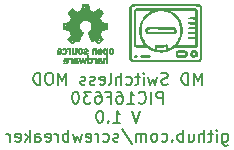
<source format=gbr>
%TF.GenerationSoftware,KiCad,Pcbnew,6.0.6-3a73a75311~116~ubuntu20.04.1*%
%TF.CreationDate,2022-07-03T10:43:36+02:00*%
%TF.ProjectId,MD_Mod,4d445f4d-6f64-42e6-9b69-6361645f7063,rev?*%
%TF.SameCoordinates,Original*%
%TF.FileFunction,Legend,Bot*%
%TF.FilePolarity,Positive*%
%FSLAX46Y46*%
G04 Gerber Fmt 4.6, Leading zero omitted, Abs format (unit mm)*
G04 Created by KiCad (PCBNEW 6.0.6-3a73a75311~116~ubuntu20.04.1) date 2022-07-03 10:43:36*
%MOMM*%
%LPD*%
G01*
G04 APERTURE LIST*
%ADD10C,0.150000*%
%ADD11C,0.010000*%
G04 APERTURE END LIST*
D10*
X154288238Y-102558380D02*
X154288238Y-101558380D01*
X153954904Y-102272666D01*
X153621571Y-101558380D01*
X153621571Y-102558380D01*
X153145380Y-102558380D02*
X153145380Y-101558380D01*
X152907285Y-101558380D01*
X152764428Y-101606000D01*
X152669190Y-101701238D01*
X152621571Y-101796476D01*
X152573952Y-101986952D01*
X152573952Y-102129809D01*
X152621571Y-102320285D01*
X152669190Y-102415523D01*
X152764428Y-102510761D01*
X152907285Y-102558380D01*
X153145380Y-102558380D01*
X151431095Y-102510761D02*
X151288238Y-102558380D01*
X151050142Y-102558380D01*
X150954904Y-102510761D01*
X150907285Y-102463142D01*
X150859666Y-102367904D01*
X150859666Y-102272666D01*
X150907285Y-102177428D01*
X150954904Y-102129809D01*
X151050142Y-102082190D01*
X151240619Y-102034571D01*
X151335857Y-101986952D01*
X151383476Y-101939333D01*
X151431095Y-101844095D01*
X151431095Y-101748857D01*
X151383476Y-101653619D01*
X151335857Y-101606000D01*
X151240619Y-101558380D01*
X151002523Y-101558380D01*
X150859666Y-101606000D01*
X150526333Y-101891714D02*
X150335857Y-102558380D01*
X150145380Y-102082190D01*
X149954904Y-102558380D01*
X149764428Y-101891714D01*
X149383476Y-102558380D02*
X149383476Y-101891714D01*
X149383476Y-101558380D02*
X149431095Y-101606000D01*
X149383476Y-101653619D01*
X149335857Y-101606000D01*
X149383476Y-101558380D01*
X149383476Y-101653619D01*
X149050142Y-101891714D02*
X148669190Y-101891714D01*
X148907285Y-101558380D02*
X148907285Y-102415523D01*
X148859666Y-102510761D01*
X148764428Y-102558380D01*
X148669190Y-102558380D01*
X147907285Y-102510761D02*
X148002523Y-102558380D01*
X148193000Y-102558380D01*
X148288238Y-102510761D01*
X148335857Y-102463142D01*
X148383476Y-102367904D01*
X148383476Y-102082190D01*
X148335857Y-101986952D01*
X148288238Y-101939333D01*
X148193000Y-101891714D01*
X148002523Y-101891714D01*
X147907285Y-101939333D01*
X147478714Y-102558380D02*
X147478714Y-101558380D01*
X147050142Y-102558380D02*
X147050142Y-102034571D01*
X147097761Y-101939333D01*
X147193000Y-101891714D01*
X147335857Y-101891714D01*
X147431095Y-101939333D01*
X147478714Y-101986952D01*
X146431095Y-102558380D02*
X146526333Y-102510761D01*
X146573952Y-102415523D01*
X146573952Y-101558380D01*
X145669190Y-102510761D02*
X145764428Y-102558380D01*
X145954904Y-102558380D01*
X146050142Y-102510761D01*
X146097761Y-102415523D01*
X146097761Y-102034571D01*
X146050142Y-101939333D01*
X145954904Y-101891714D01*
X145764428Y-101891714D01*
X145669190Y-101939333D01*
X145621571Y-102034571D01*
X145621571Y-102129809D01*
X146097761Y-102225047D01*
X145240619Y-102510761D02*
X145145380Y-102558380D01*
X144954904Y-102558380D01*
X144859666Y-102510761D01*
X144812047Y-102415523D01*
X144812047Y-102367904D01*
X144859666Y-102272666D01*
X144954904Y-102225047D01*
X145097761Y-102225047D01*
X145193000Y-102177428D01*
X145240619Y-102082190D01*
X145240619Y-102034571D01*
X145193000Y-101939333D01*
X145097761Y-101891714D01*
X144954904Y-101891714D01*
X144859666Y-101939333D01*
X144431095Y-102510761D02*
X144335857Y-102558380D01*
X144145380Y-102558380D01*
X144050142Y-102510761D01*
X144002523Y-102415523D01*
X144002523Y-102367904D01*
X144050142Y-102272666D01*
X144145380Y-102225047D01*
X144288238Y-102225047D01*
X144383476Y-102177428D01*
X144431095Y-102082190D01*
X144431095Y-102034571D01*
X144383476Y-101939333D01*
X144288238Y-101891714D01*
X144145380Y-101891714D01*
X144050142Y-101939333D01*
X142812047Y-102558380D02*
X142812047Y-101558380D01*
X142478714Y-102272666D01*
X142145380Y-101558380D01*
X142145380Y-102558380D01*
X141478714Y-101558380D02*
X141288238Y-101558380D01*
X141193000Y-101606000D01*
X141097761Y-101701238D01*
X141050142Y-101891714D01*
X141050142Y-102225047D01*
X141097761Y-102415523D01*
X141193000Y-102510761D01*
X141288238Y-102558380D01*
X141478714Y-102558380D01*
X141573952Y-102510761D01*
X141669190Y-102415523D01*
X141716809Y-102225047D01*
X141716809Y-101891714D01*
X141669190Y-101701238D01*
X141573952Y-101606000D01*
X141478714Y-101558380D01*
X140621571Y-102558380D02*
X140621571Y-101558380D01*
X140383476Y-101558380D01*
X140240619Y-101606000D01*
X140145380Y-101701238D01*
X140097761Y-101796476D01*
X140050142Y-101986952D01*
X140050142Y-102129809D01*
X140097761Y-102320285D01*
X140145380Y-102415523D01*
X140240619Y-102510761D01*
X140383476Y-102558380D01*
X140621571Y-102558380D01*
X151002523Y-104168380D02*
X151002523Y-103168380D01*
X150621571Y-103168380D01*
X150526333Y-103216000D01*
X150478714Y-103263619D01*
X150431095Y-103358857D01*
X150431095Y-103501714D01*
X150478714Y-103596952D01*
X150526333Y-103644571D01*
X150621571Y-103692190D01*
X151002523Y-103692190D01*
X150002523Y-104168380D02*
X150002523Y-103168380D01*
X148954904Y-104073142D02*
X149002523Y-104120761D01*
X149145380Y-104168380D01*
X149240619Y-104168380D01*
X149383476Y-104120761D01*
X149478714Y-104025523D01*
X149526333Y-103930285D01*
X149573952Y-103739809D01*
X149573952Y-103596952D01*
X149526333Y-103406476D01*
X149478714Y-103311238D01*
X149383476Y-103216000D01*
X149240619Y-103168380D01*
X149145380Y-103168380D01*
X149002523Y-103216000D01*
X148954904Y-103263619D01*
X148002523Y-104168380D02*
X148573952Y-104168380D01*
X148288238Y-104168380D02*
X148288238Y-103168380D01*
X148383476Y-103311238D01*
X148478714Y-103406476D01*
X148573952Y-103454095D01*
X147145380Y-103168380D02*
X147335857Y-103168380D01*
X147431095Y-103216000D01*
X147478714Y-103263619D01*
X147573952Y-103406476D01*
X147621571Y-103596952D01*
X147621571Y-103977904D01*
X147573952Y-104073142D01*
X147526333Y-104120761D01*
X147431095Y-104168380D01*
X147240619Y-104168380D01*
X147145380Y-104120761D01*
X147097761Y-104073142D01*
X147050142Y-103977904D01*
X147050142Y-103739809D01*
X147097761Y-103644571D01*
X147145380Y-103596952D01*
X147240619Y-103549333D01*
X147431095Y-103549333D01*
X147526333Y-103596952D01*
X147573952Y-103644571D01*
X147621571Y-103739809D01*
X146288238Y-103644571D02*
X146621571Y-103644571D01*
X146621571Y-104168380D02*
X146621571Y-103168380D01*
X146145380Y-103168380D01*
X145335857Y-103168380D02*
X145526333Y-103168380D01*
X145621571Y-103216000D01*
X145669190Y-103263619D01*
X145764428Y-103406476D01*
X145812047Y-103596952D01*
X145812047Y-103977904D01*
X145764428Y-104073142D01*
X145716809Y-104120761D01*
X145621571Y-104168380D01*
X145431095Y-104168380D01*
X145335857Y-104120761D01*
X145288238Y-104073142D01*
X145240619Y-103977904D01*
X145240619Y-103739809D01*
X145288238Y-103644571D01*
X145335857Y-103596952D01*
X145431095Y-103549333D01*
X145621571Y-103549333D01*
X145716809Y-103596952D01*
X145764428Y-103644571D01*
X145812047Y-103739809D01*
X144907285Y-103168380D02*
X144288238Y-103168380D01*
X144621571Y-103549333D01*
X144478714Y-103549333D01*
X144383476Y-103596952D01*
X144335857Y-103644571D01*
X144288238Y-103739809D01*
X144288238Y-103977904D01*
X144335857Y-104073142D01*
X144383476Y-104120761D01*
X144478714Y-104168380D01*
X144764428Y-104168380D01*
X144859666Y-104120761D01*
X144907285Y-104073142D01*
X143669190Y-103168380D02*
X143573952Y-103168380D01*
X143478714Y-103216000D01*
X143431095Y-103263619D01*
X143383476Y-103358857D01*
X143335857Y-103549333D01*
X143335857Y-103787428D01*
X143383476Y-103977904D01*
X143431095Y-104073142D01*
X143478714Y-104120761D01*
X143573952Y-104168380D01*
X143669190Y-104168380D01*
X143764428Y-104120761D01*
X143812047Y-104073142D01*
X143859666Y-103977904D01*
X143907285Y-103787428D01*
X143907285Y-103549333D01*
X143859666Y-103358857D01*
X143812047Y-103263619D01*
X143764428Y-103216000D01*
X143669190Y-103168380D01*
X149097761Y-104778380D02*
X148764428Y-105778380D01*
X148431095Y-104778380D01*
X146812047Y-105778380D02*
X147383476Y-105778380D01*
X147097761Y-105778380D02*
X147097761Y-104778380D01*
X147193000Y-104921238D01*
X147288238Y-105016476D01*
X147383476Y-105064095D01*
X146383476Y-105683142D02*
X146335857Y-105730761D01*
X146383476Y-105778380D01*
X146431095Y-105730761D01*
X146383476Y-105683142D01*
X146383476Y-105778380D01*
X145716809Y-104778380D02*
X145621571Y-104778380D01*
X145526333Y-104826000D01*
X145478714Y-104873619D01*
X145431095Y-104968857D01*
X145383476Y-105159333D01*
X145383476Y-105397428D01*
X145431095Y-105587904D01*
X145478714Y-105683142D01*
X145526333Y-105730761D01*
X145621571Y-105778380D01*
X145716809Y-105778380D01*
X145812047Y-105730761D01*
X145859666Y-105683142D01*
X145907285Y-105587904D01*
X145954904Y-105397428D01*
X145954904Y-105159333D01*
X145907285Y-104968857D01*
X145859666Y-104873619D01*
X145812047Y-104826000D01*
X145716809Y-104778380D01*
X156050142Y-106721714D02*
X156050142Y-107531238D01*
X156097761Y-107626476D01*
X156145380Y-107674095D01*
X156240619Y-107721714D01*
X156383476Y-107721714D01*
X156478714Y-107674095D01*
X156050142Y-107340761D02*
X156145380Y-107388380D01*
X156335857Y-107388380D01*
X156431095Y-107340761D01*
X156478714Y-107293142D01*
X156526333Y-107197904D01*
X156526333Y-106912190D01*
X156478714Y-106816952D01*
X156431095Y-106769333D01*
X156335857Y-106721714D01*
X156145380Y-106721714D01*
X156050142Y-106769333D01*
X155573952Y-107388380D02*
X155573952Y-106721714D01*
X155573952Y-106388380D02*
X155621571Y-106436000D01*
X155573952Y-106483619D01*
X155526333Y-106436000D01*
X155573952Y-106388380D01*
X155573952Y-106483619D01*
X155240619Y-106721714D02*
X154859666Y-106721714D01*
X155097761Y-106388380D02*
X155097761Y-107245523D01*
X155050142Y-107340761D01*
X154954904Y-107388380D01*
X154859666Y-107388380D01*
X154526333Y-107388380D02*
X154526333Y-106388380D01*
X154097761Y-107388380D02*
X154097761Y-106864571D01*
X154145380Y-106769333D01*
X154240619Y-106721714D01*
X154383476Y-106721714D01*
X154478714Y-106769333D01*
X154526333Y-106816952D01*
X153193000Y-106721714D02*
X153193000Y-107388380D01*
X153621571Y-106721714D02*
X153621571Y-107245523D01*
X153573952Y-107340761D01*
X153478714Y-107388380D01*
X153335857Y-107388380D01*
X153240619Y-107340761D01*
X153193000Y-107293142D01*
X152716809Y-107388380D02*
X152716809Y-106388380D01*
X152716809Y-106769333D02*
X152621571Y-106721714D01*
X152431095Y-106721714D01*
X152335857Y-106769333D01*
X152288238Y-106816952D01*
X152240619Y-106912190D01*
X152240619Y-107197904D01*
X152288238Y-107293142D01*
X152335857Y-107340761D01*
X152431095Y-107388380D01*
X152621571Y-107388380D01*
X152716809Y-107340761D01*
X151812047Y-107293142D02*
X151764428Y-107340761D01*
X151812047Y-107388380D01*
X151859666Y-107340761D01*
X151812047Y-107293142D01*
X151812047Y-107388380D01*
X150907285Y-107340761D02*
X151002523Y-107388380D01*
X151193000Y-107388380D01*
X151288238Y-107340761D01*
X151335857Y-107293142D01*
X151383476Y-107197904D01*
X151383476Y-106912190D01*
X151335857Y-106816952D01*
X151288238Y-106769333D01*
X151193000Y-106721714D01*
X151002523Y-106721714D01*
X150907285Y-106769333D01*
X150335857Y-107388380D02*
X150431095Y-107340761D01*
X150478714Y-107293142D01*
X150526333Y-107197904D01*
X150526333Y-106912190D01*
X150478714Y-106816952D01*
X150431095Y-106769333D01*
X150335857Y-106721714D01*
X150193000Y-106721714D01*
X150097761Y-106769333D01*
X150050142Y-106816952D01*
X150002523Y-106912190D01*
X150002523Y-107197904D01*
X150050142Y-107293142D01*
X150097761Y-107340761D01*
X150193000Y-107388380D01*
X150335857Y-107388380D01*
X149573952Y-107388380D02*
X149573952Y-106721714D01*
X149573952Y-106816952D02*
X149526333Y-106769333D01*
X149431095Y-106721714D01*
X149288238Y-106721714D01*
X149193000Y-106769333D01*
X149145380Y-106864571D01*
X149145380Y-107388380D01*
X149145380Y-106864571D02*
X149097761Y-106769333D01*
X149002523Y-106721714D01*
X148859666Y-106721714D01*
X148764428Y-106769333D01*
X148716809Y-106864571D01*
X148716809Y-107388380D01*
X147526333Y-106340761D02*
X148383476Y-107626476D01*
X147240619Y-107340761D02*
X147145380Y-107388380D01*
X146954904Y-107388380D01*
X146859666Y-107340761D01*
X146812047Y-107245523D01*
X146812047Y-107197904D01*
X146859666Y-107102666D01*
X146954904Y-107055047D01*
X147097761Y-107055047D01*
X147193000Y-107007428D01*
X147240619Y-106912190D01*
X147240619Y-106864571D01*
X147193000Y-106769333D01*
X147097761Y-106721714D01*
X146954904Y-106721714D01*
X146859666Y-106769333D01*
X145954904Y-107340761D02*
X146050142Y-107388380D01*
X146240619Y-107388380D01*
X146335857Y-107340761D01*
X146383476Y-107293142D01*
X146431095Y-107197904D01*
X146431095Y-106912190D01*
X146383476Y-106816952D01*
X146335857Y-106769333D01*
X146240619Y-106721714D01*
X146050142Y-106721714D01*
X145954904Y-106769333D01*
X145526333Y-107388380D02*
X145526333Y-106721714D01*
X145526333Y-106912190D02*
X145478714Y-106816952D01*
X145431095Y-106769333D01*
X145335857Y-106721714D01*
X145240619Y-106721714D01*
X144526333Y-107340761D02*
X144621571Y-107388380D01*
X144812047Y-107388380D01*
X144907285Y-107340761D01*
X144954904Y-107245523D01*
X144954904Y-106864571D01*
X144907285Y-106769333D01*
X144812047Y-106721714D01*
X144621571Y-106721714D01*
X144526333Y-106769333D01*
X144478714Y-106864571D01*
X144478714Y-106959809D01*
X144954904Y-107055047D01*
X144145380Y-106721714D02*
X143954904Y-107388380D01*
X143764428Y-106912190D01*
X143573952Y-107388380D01*
X143383476Y-106721714D01*
X143002523Y-107388380D02*
X143002523Y-106388380D01*
X143002523Y-106769333D02*
X142907285Y-106721714D01*
X142716809Y-106721714D01*
X142621571Y-106769333D01*
X142573952Y-106816952D01*
X142526333Y-106912190D01*
X142526333Y-107197904D01*
X142573952Y-107293142D01*
X142621571Y-107340761D01*
X142716809Y-107388380D01*
X142907285Y-107388380D01*
X143002523Y-107340761D01*
X142097761Y-107388380D02*
X142097761Y-106721714D01*
X142097761Y-106912190D02*
X142050142Y-106816952D01*
X142002523Y-106769333D01*
X141907285Y-106721714D01*
X141812047Y-106721714D01*
X141097761Y-107340761D02*
X141193000Y-107388380D01*
X141383476Y-107388380D01*
X141478714Y-107340761D01*
X141526333Y-107245523D01*
X141526333Y-106864571D01*
X141478714Y-106769333D01*
X141383476Y-106721714D01*
X141193000Y-106721714D01*
X141097761Y-106769333D01*
X141050142Y-106864571D01*
X141050142Y-106959809D01*
X141526333Y-107055047D01*
X140193000Y-107388380D02*
X140193000Y-106864571D01*
X140240619Y-106769333D01*
X140335857Y-106721714D01*
X140526333Y-106721714D01*
X140621571Y-106769333D01*
X140193000Y-107340761D02*
X140288238Y-107388380D01*
X140526333Y-107388380D01*
X140621571Y-107340761D01*
X140669190Y-107245523D01*
X140669190Y-107150285D01*
X140621571Y-107055047D01*
X140526333Y-107007428D01*
X140288238Y-107007428D01*
X140193000Y-106959809D01*
X139716809Y-107388380D02*
X139716809Y-106388380D01*
X139621571Y-107007428D02*
X139335857Y-107388380D01*
X139335857Y-106721714D02*
X139716809Y-107102666D01*
X138526333Y-107340761D02*
X138621571Y-107388380D01*
X138812047Y-107388380D01*
X138907285Y-107340761D01*
X138954904Y-107245523D01*
X138954904Y-106864571D01*
X138907285Y-106769333D01*
X138812047Y-106721714D01*
X138621571Y-106721714D01*
X138526333Y-106769333D01*
X138478714Y-106864571D01*
X138478714Y-106959809D01*
X138954904Y-107055047D01*
X138050142Y-107388380D02*
X138050142Y-106721714D01*
X138050142Y-106912190D02*
X138002523Y-106816952D01*
X137954904Y-106769333D01*
X137859666Y-106721714D01*
X137764428Y-106721714D01*
%TO.C,V2*%
G36*
X143299721Y-100763049D02*
G01*
X143216442Y-100763049D01*
X143216442Y-100590745D01*
X143216055Y-100528635D01*
X143213736Y-100469167D01*
X143208303Y-100430706D01*
X143198610Y-100406210D01*
X143183508Y-100388636D01*
X143144935Y-100367754D01*
X143091925Y-100368347D01*
X143065424Y-100371538D01*
X143034265Y-100366367D01*
X143014878Y-100343486D01*
X143005120Y-100313799D01*
X143019018Y-100294825D01*
X143026884Y-100290639D01*
X143075463Y-100280902D01*
X143131138Y-100285890D01*
X143175784Y-100304486D01*
X143204885Y-100323626D01*
X143224382Y-100326591D01*
X143222466Y-100305016D01*
X143221866Y-100303367D01*
X143225354Y-100285314D01*
X143256300Y-100280032D01*
X143299721Y-100280032D01*
X143299721Y-100763049D01*
G37*
D11*
X143299721Y-100763049D02*
X143216442Y-100763049D01*
X143216442Y-100590745D01*
X143216055Y-100528635D01*
X143213736Y-100469167D01*
X143208303Y-100430706D01*
X143198610Y-100406210D01*
X143183508Y-100388636D01*
X143144935Y-100367754D01*
X143091925Y-100368347D01*
X143065424Y-100371538D01*
X143034265Y-100366367D01*
X143014878Y-100343486D01*
X143005120Y-100313799D01*
X143019018Y-100294825D01*
X143026884Y-100290639D01*
X143075463Y-100280902D01*
X143131138Y-100285890D01*
X143175784Y-100304486D01*
X143204885Y-100323626D01*
X143224382Y-100326591D01*
X143222466Y-100305016D01*
X143221866Y-100303367D01*
X143225354Y-100285314D01*
X143256300Y-100280032D01*
X143299721Y-100280032D01*
X143299721Y-100763049D01*
G36*
X144970235Y-100676952D02*
G01*
X144943557Y-100725573D01*
X144928860Y-100739514D01*
X144890286Y-100757889D01*
X144832477Y-100763049D01*
X144810369Y-100762238D01*
X144762583Y-100754841D01*
X144733364Y-100742229D01*
X144714783Y-100729762D01*
X144703661Y-100742229D01*
X144685465Y-100756506D01*
X144648691Y-100763049D01*
X144601356Y-100763049D01*
X144600126Y-100530434D01*
X144698803Y-100530434D01*
X144700592Y-100577789D01*
X144710848Y-100625857D01*
X144732763Y-100659974D01*
X144769493Y-100688130D01*
X144816217Y-100692642D01*
X144867679Y-100664586D01*
X144878864Y-100654734D01*
X144896642Y-100629412D01*
X144904947Y-100592453D01*
X144907000Y-100533089D01*
X144904247Y-100481786D01*
X144886188Y-100415272D01*
X144850697Y-100376128D01*
X144797101Y-100363311D01*
X144772398Y-100366223D01*
X144731289Y-100392702D01*
X144706869Y-100447249D01*
X144698803Y-100530434D01*
X144600126Y-100530434D01*
X144597744Y-100080163D01*
X144698803Y-100080163D01*
X144698803Y-100333831D01*
X144739856Y-100306932D01*
X144752545Y-100299615D01*
X144814022Y-100282262D01*
X144878669Y-100285725D01*
X144931724Y-100309784D01*
X144945939Y-100325088D01*
X144970919Y-100378180D01*
X144986110Y-100449448D01*
X144991240Y-100529355D01*
X144990994Y-100533089D01*
X144986039Y-100608368D01*
X144970235Y-100676952D01*
G37*
X144970235Y-100676952D02*
X144943557Y-100725573D01*
X144928860Y-100739514D01*
X144890286Y-100757889D01*
X144832477Y-100763049D01*
X144810369Y-100762238D01*
X144762583Y-100754841D01*
X144733364Y-100742229D01*
X144714783Y-100729762D01*
X144703661Y-100742229D01*
X144685465Y-100756506D01*
X144648691Y-100763049D01*
X144601356Y-100763049D01*
X144600126Y-100530434D01*
X144698803Y-100530434D01*
X144700592Y-100577789D01*
X144710848Y-100625857D01*
X144732763Y-100659974D01*
X144769493Y-100688130D01*
X144816217Y-100692642D01*
X144867679Y-100664586D01*
X144878864Y-100654734D01*
X144896642Y-100629412D01*
X144904947Y-100592453D01*
X144907000Y-100533089D01*
X144904247Y-100481786D01*
X144886188Y-100415272D01*
X144850697Y-100376128D01*
X144797101Y-100363311D01*
X144772398Y-100366223D01*
X144731289Y-100392702D01*
X144706869Y-100447249D01*
X144698803Y-100530434D01*
X144600126Y-100530434D01*
X144597744Y-100080163D01*
X144698803Y-100080163D01*
X144698803Y-100333831D01*
X144739856Y-100306932D01*
X144752545Y-100299615D01*
X144814022Y-100282262D01*
X144878669Y-100285725D01*
X144931724Y-100309784D01*
X144945939Y-100325088D01*
X144970919Y-100378180D01*
X144986110Y-100449448D01*
X144991240Y-100529355D01*
X144990994Y-100533089D01*
X144986039Y-100608368D01*
X144970235Y-100676952D01*
G36*
X145670314Y-96986981D02*
G01*
X145690774Y-97037174D01*
X145727706Y-97124287D01*
X145756797Y-97186268D01*
X145780352Y-97227378D01*
X145800671Y-97251875D01*
X145820058Y-97264019D01*
X145835813Y-97268657D01*
X145882890Y-97279309D01*
X145948294Y-97292085D01*
X146022934Y-97305143D01*
X146067677Y-97312590D01*
X146140277Y-97324924D01*
X146199380Y-97335272D01*
X146235295Y-97341954D01*
X146281098Y-97351269D01*
X146281098Y-97598000D01*
X146281071Y-97604328D01*
X146280838Y-97660550D01*
X146278995Y-97746870D01*
X146275142Y-97805319D01*
X146268997Y-97839348D01*
X146260279Y-97852407D01*
X146259334Y-97852728D01*
X146232974Y-97859049D01*
X146181506Y-97869767D01*
X146111934Y-97883463D01*
X146031262Y-97898722D01*
X146023459Y-97900180D01*
X145943577Y-97916272D01*
X145875585Y-97931975D01*
X145826465Y-97945557D01*
X145803202Y-97955287D01*
X145794029Y-97969668D01*
X145774564Y-98009778D01*
X145749301Y-98067056D01*
X145721444Y-98133637D01*
X145694199Y-98201655D01*
X145670770Y-98263247D01*
X145654362Y-98310547D01*
X145648180Y-98335692D01*
X145649288Y-98339175D01*
X145664063Y-98365612D01*
X145693358Y-98412148D01*
X145733750Y-98473443D01*
X145781816Y-98544155D01*
X145915451Y-98738026D01*
X145758695Y-98895317D01*
X145744638Y-98909423D01*
X145719042Y-98934917D01*
X145659789Y-98992431D01*
X145609951Y-99038727D01*
X145574141Y-99069594D01*
X145556969Y-99080819D01*
X145554209Y-99080127D01*
X145528484Y-99066605D01*
X145482463Y-99038448D01*
X145421678Y-98999122D01*
X145351660Y-98952096D01*
X145166433Y-98825577D01*
X145400074Y-98825577D01*
X145428149Y-98880756D01*
X145428374Y-98881032D01*
X145465211Y-98905682D01*
X145520737Y-98922382D01*
X145580869Y-98928358D01*
X145631524Y-98920834D01*
X145642784Y-98916776D01*
X145677027Y-98905252D01*
X145688062Y-98895317D01*
X145683990Y-98862236D01*
X145672145Y-98841617D01*
X145645840Y-98828379D01*
X145596848Y-98824122D01*
X145576515Y-98823091D01*
X145535414Y-98816416D01*
X145515456Y-98806000D01*
X145518422Y-98796825D01*
X145543316Y-98775942D01*
X145585836Y-98752223D01*
X145598384Y-98746039D01*
X145651088Y-98710773D01*
X145674563Y-98673108D01*
X145678054Y-98608646D01*
X145653622Y-98558160D01*
X145603350Y-98525884D01*
X145529711Y-98514524D01*
X145523467Y-98514590D01*
X145465472Y-98523762D01*
X145431980Y-98546721D01*
X145426794Y-98581010D01*
X145435052Y-98599209D01*
X145457539Y-98610122D01*
X145502612Y-98610376D01*
X145519651Y-98609724D01*
X145563281Y-98615149D01*
X145576263Y-98630653D01*
X145558318Y-98653257D01*
X145509165Y-98679985D01*
X145502644Y-98682859D01*
X145438608Y-98723440D01*
X145403989Y-98772076D01*
X145400074Y-98825577D01*
X145166433Y-98825577D01*
X145163206Y-98823373D01*
X145072740Y-98872310D01*
X145037336Y-98890155D01*
X144990849Y-98907163D01*
X144966977Y-98905262D01*
X144959362Y-98891516D01*
X144940200Y-98850145D01*
X144911933Y-98785795D01*
X144876431Y-98702797D01*
X144835566Y-98605484D01*
X144791208Y-98498190D01*
X144630736Y-98107101D01*
X144677261Y-98073492D01*
X144730881Y-98032236D01*
X144823642Y-97942243D01*
X144891086Y-97845023D01*
X144902755Y-97823289D01*
X144922385Y-97779806D01*
X144933603Y-97736709D01*
X144938714Y-97682776D01*
X144940022Y-97606786D01*
X144939457Y-97567813D01*
X144935626Y-97532220D01*
X145898016Y-97532220D01*
X145898518Y-97547355D01*
X145916174Y-97610049D01*
X145959745Y-97652323D01*
X146030141Y-97675162D01*
X146041179Y-97676988D01*
X146078458Y-97687113D01*
X146095004Y-97706730D01*
X146101162Y-97746183D01*
X146103384Y-97765481D01*
X146115417Y-97799079D01*
X146140210Y-97811522D01*
X146161557Y-97812188D01*
X146186013Y-97804582D01*
X146190205Y-97788050D01*
X146194152Y-97744188D01*
X146196832Y-97680549D01*
X146197820Y-97604328D01*
X146197698Y-97535290D01*
X146196507Y-97476744D01*
X146192953Y-97440503D01*
X146185742Y-97420523D01*
X146173580Y-97410762D01*
X146155174Y-97405177D01*
X146137118Y-97401783D01*
X146068320Y-97401372D01*
X145996385Y-97414742D01*
X145939021Y-97439113D01*
X145923686Y-97450717D01*
X145903437Y-97482201D01*
X145898016Y-97532220D01*
X144935626Y-97532220D01*
X144928065Y-97461967D01*
X144898832Y-97374320D01*
X144847561Y-97295188D01*
X144770050Y-97214890D01*
X144697201Y-97156813D01*
X144606156Y-97110025D01*
X144504854Y-97087301D01*
X144384453Y-97085678D01*
X144327048Y-97090956D01*
X144227646Y-97113551D01*
X144142963Y-97155810D01*
X144062260Y-97222285D01*
X143991486Y-97303671D01*
X143928644Y-97415200D01*
X143896355Y-97532106D01*
X143895005Y-97605716D01*
X143894174Y-97651080D01*
X143921657Y-97768813D01*
X143978360Y-97881996D01*
X144063838Y-97987320D01*
X144177646Y-98081475D01*
X144214157Y-98106459D01*
X144089299Y-98406262D01*
X144076567Y-98436864D01*
X144020207Y-98572854D01*
X143975035Y-98681549D01*
X143971163Y-98690636D01*
X143939212Y-98765621D01*
X143910899Y-98827741D01*
X143888257Y-98870582D01*
X143869449Y-98896817D01*
X143852635Y-98909118D01*
X143835976Y-98910156D01*
X143817634Y-98902605D01*
X143795770Y-98889136D01*
X143768546Y-98872422D01*
X143742815Y-98858166D01*
X143703984Y-98838641D01*
X143683116Y-98830983D01*
X143681317Y-98831446D01*
X143658102Y-98844063D01*
X143614180Y-98871334D01*
X143555044Y-98909774D01*
X143486186Y-98955901D01*
X143470403Y-98966583D01*
X143403083Y-99011329D01*
X143346585Y-99047609D01*
X143306438Y-99071935D01*
X143288171Y-99080819D01*
X143283906Y-99078726D01*
X143259248Y-99058674D01*
X143217720Y-99020776D01*
X143163830Y-98969217D01*
X143102092Y-98908182D01*
X143067096Y-98873066D01*
X143170622Y-98873066D01*
X143180028Y-98901165D01*
X143187797Y-98907012D01*
X143229265Y-98920185D01*
X143286298Y-98924748D01*
X143346160Y-98920373D01*
X143396115Y-98906731D01*
X143421517Y-98891891D01*
X143466879Y-98840303D01*
X143491510Y-98770608D01*
X143491938Y-98690636D01*
X143477335Y-98635279D01*
X143435676Y-98569568D01*
X143372737Y-98528629D01*
X143290871Y-98514524D01*
X143250253Y-98516981D01*
X143199573Y-98531770D01*
X143175502Y-98558087D01*
X143180991Y-98593804D01*
X143188771Y-98606538D01*
X143210580Y-98620751D01*
X143247857Y-98615003D01*
X143276281Y-98609126D01*
X143329402Y-98615985D01*
X143364342Y-98650531D01*
X143379854Y-98711850D01*
X143379539Y-98766923D01*
X143363475Y-98808095D01*
X143326173Y-98826644D01*
X143263228Y-98826914D01*
X143252712Y-98825948D01*
X143207900Y-98824538D01*
X143184671Y-98832271D01*
X143173485Y-98851793D01*
X143170622Y-98873066D01*
X143067096Y-98873066D01*
X142930042Y-98735544D01*
X143066674Y-98535984D01*
X143203305Y-98336423D01*
X143134237Y-98163019D01*
X143109954Y-98102794D01*
X143083413Y-98038767D01*
X143062815Y-97991098D01*
X143051264Y-97967116D01*
X143030737Y-97955400D01*
X142984030Y-97939735D01*
X142918042Y-97922263D01*
X142839589Y-97904984D01*
X142762363Y-97889409D01*
X142690310Y-97874685D01*
X142634979Y-97863169D01*
X142604344Y-97856506D01*
X142595680Y-97854215D01*
X142583741Y-97847715D01*
X142575660Y-97833714D01*
X142570685Y-97807051D01*
X142568063Y-97762563D01*
X142567042Y-97695089D01*
X142567033Y-97689975D01*
X142649151Y-97689975D01*
X142662147Y-97739164D01*
X142693821Y-97776208D01*
X142727039Y-97790177D01*
X142783909Y-97802957D01*
X142848026Y-97810650D01*
X142906338Y-97811773D01*
X142945787Y-97804842D01*
X142953894Y-97794067D01*
X142961182Y-97759114D01*
X142965307Y-97697408D01*
X142966606Y-97605716D01*
X142966477Y-97534660D01*
X142965262Y-97476391D01*
X142961684Y-97440326D01*
X142954463Y-97420449D01*
X142942320Y-97410739D01*
X142923976Y-97405180D01*
X142867948Y-97399166D01*
X142801771Y-97404325D01*
X142741019Y-97418944D01*
X142699439Y-97440841D01*
X142691270Y-97449572D01*
X142671181Y-97492154D01*
X142668232Y-97539379D01*
X142684165Y-97575846D01*
X142691571Y-97590501D01*
X142675837Y-97614528D01*
X142656311Y-97641905D01*
X142649151Y-97689975D01*
X142567033Y-97689975D01*
X142566869Y-97599465D01*
X142566869Y-97351269D01*
X142612672Y-97342363D01*
X142643585Y-97336509D01*
X142700707Y-97325871D01*
X142774344Y-97312260D01*
X142856074Y-97297237D01*
X143053672Y-97261017D01*
X143086714Y-97184065D01*
X143107692Y-97135861D01*
X143138434Y-97066331D01*
X143169284Y-96997467D01*
X143218812Y-96887820D01*
X143076053Y-96682164D01*
X143050987Y-96645902D01*
X143004469Y-96577714D01*
X142967138Y-96521787D01*
X142957633Y-96506987D01*
X143133164Y-96506987D01*
X143140966Y-96585512D01*
X143167768Y-96645533D01*
X143216268Y-96687968D01*
X143219587Y-96689849D01*
X143281948Y-96709198D01*
X143373606Y-96715704D01*
X143483991Y-96715704D01*
X143479299Y-96520000D01*
X143474606Y-96324295D01*
X143352473Y-96324295D01*
X143320641Y-96324411D01*
X143268163Y-96326656D01*
X143234306Y-96334290D01*
X143208894Y-96350553D01*
X143181752Y-96378689D01*
X143164395Y-96399660D01*
X143139735Y-96447343D01*
X143133164Y-96506987D01*
X142957633Y-96506987D01*
X142942308Y-96483123D01*
X142933295Y-96466727D01*
X142935670Y-96462750D01*
X142956248Y-96439016D01*
X142994541Y-96398260D01*
X143046404Y-96344848D01*
X143107690Y-96283144D01*
X143282085Y-96109343D01*
X143495519Y-96254895D01*
X143708953Y-96400448D01*
X143816632Y-96359596D01*
X143871716Y-96338140D01*
X143942216Y-96309424D01*
X143998772Y-96285068D01*
X144073233Y-96251392D01*
X144073643Y-96249344D01*
X144197393Y-96249344D01*
X144248229Y-96249344D01*
X144253178Y-96249324D01*
X144284128Y-96245420D01*
X144297311Y-96227883D01*
X144301036Y-96186885D01*
X144301118Y-96184485D01*
X144305676Y-96127170D01*
X144313528Y-96076033D01*
X144319869Y-96051015D01*
X144326639Y-96045870D01*
X144337095Y-96065604D01*
X144354869Y-96113508D01*
X144355148Y-96114283D01*
X144376853Y-96166110D01*
X144397327Y-96192198D01*
X144421903Y-96199377D01*
X144425106Y-96199276D01*
X144449427Y-96189492D01*
X144473376Y-96159568D01*
X144501876Y-96103606D01*
X144545635Y-96007836D01*
X144548901Y-96249344D01*
X144653127Y-96249344D01*
X144641707Y-96078622D01*
X144640604Y-96062232D01*
X144634214Y-95975765D01*
X144627690Y-95916589D01*
X144619333Y-95879544D01*
X144607443Y-95859472D01*
X144590322Y-95851213D01*
X144566269Y-95849606D01*
X144534928Y-95854608D01*
X144510796Y-95875531D01*
X144486286Y-95920393D01*
X144477755Y-95939110D01*
X144455759Y-95990901D01*
X144441223Y-96030126D01*
X144439918Y-96034156D01*
X144432107Y-96048042D01*
X144421481Y-96042752D01*
X144404631Y-96014459D01*
X144378149Y-95959339D01*
X144376851Y-95956549D01*
X144348994Y-95900026D01*
X144327508Y-95867688D01*
X144306620Y-95853045D01*
X144280558Y-95849606D01*
X144269259Y-95849879D01*
X144250919Y-95853934D01*
X144237672Y-95866751D01*
X144228107Y-95893228D01*
X144220813Y-95938264D01*
X144214379Y-96006758D01*
X144207394Y-96103606D01*
X144197393Y-96249344D01*
X144073643Y-96249344D01*
X144123690Y-95999417D01*
X144133921Y-95949585D01*
X144151507Y-95869659D01*
X144167084Y-95805812D01*
X144179259Y-95763594D01*
X144186639Y-95748556D01*
X144190659Y-95748711D01*
X144221785Y-95749089D01*
X144277561Y-95749394D01*
X144351680Y-95749598D01*
X144437833Y-95749672D01*
X144676535Y-95749672D01*
X144714997Y-95978688D01*
X144719145Y-96003075D01*
X144734101Y-96086314D01*
X144748042Y-96157264D01*
X144759565Y-96209055D01*
X144767268Y-96234818D01*
X144783476Y-96249344D01*
X144784646Y-96250393D01*
X144826641Y-96274333D01*
X144884952Y-96302027D01*
X144951882Y-96330391D01*
X145019734Y-96356343D01*
X145080809Y-96376797D01*
X145127410Y-96388671D01*
X145151839Y-96388880D01*
X145154685Y-96387062D01*
X145181616Y-96368990D01*
X145228767Y-96336802D01*
X145290394Y-96294431D01*
X145360756Y-96245809D01*
X145380436Y-96232226D01*
X145447592Y-96186651D01*
X145503646Y-96149780D01*
X145543217Y-96125099D01*
X145560923Y-96116098D01*
X145564967Y-96118159D01*
X145589175Y-96138131D01*
X145630324Y-96175947D01*
X145683929Y-96227420D01*
X145745505Y-96288365D01*
X145917186Y-96460632D01*
X145772833Y-96672068D01*
X145743041Y-96715704D01*
X145628479Y-96883503D01*
X145670314Y-96986981D01*
G37*
X145670314Y-96986981D02*
X145690774Y-97037174D01*
X145727706Y-97124287D01*
X145756797Y-97186268D01*
X145780352Y-97227378D01*
X145800671Y-97251875D01*
X145820058Y-97264019D01*
X145835813Y-97268657D01*
X145882890Y-97279309D01*
X145948294Y-97292085D01*
X146022934Y-97305143D01*
X146067677Y-97312590D01*
X146140277Y-97324924D01*
X146199380Y-97335272D01*
X146235295Y-97341954D01*
X146281098Y-97351269D01*
X146281098Y-97598000D01*
X146281071Y-97604328D01*
X146280838Y-97660550D01*
X146278995Y-97746870D01*
X146275142Y-97805319D01*
X146268997Y-97839348D01*
X146260279Y-97852407D01*
X146259334Y-97852728D01*
X146232974Y-97859049D01*
X146181506Y-97869767D01*
X146111934Y-97883463D01*
X146031262Y-97898722D01*
X146023459Y-97900180D01*
X145943577Y-97916272D01*
X145875585Y-97931975D01*
X145826465Y-97945557D01*
X145803202Y-97955287D01*
X145794029Y-97969668D01*
X145774564Y-98009778D01*
X145749301Y-98067056D01*
X145721444Y-98133637D01*
X145694199Y-98201655D01*
X145670770Y-98263247D01*
X145654362Y-98310547D01*
X145648180Y-98335692D01*
X145649288Y-98339175D01*
X145664063Y-98365612D01*
X145693358Y-98412148D01*
X145733750Y-98473443D01*
X145781816Y-98544155D01*
X145915451Y-98738026D01*
X145758695Y-98895317D01*
X145744638Y-98909423D01*
X145719042Y-98934917D01*
X145659789Y-98992431D01*
X145609951Y-99038727D01*
X145574141Y-99069594D01*
X145556969Y-99080819D01*
X145554209Y-99080127D01*
X145528484Y-99066605D01*
X145482463Y-99038448D01*
X145421678Y-98999122D01*
X145351660Y-98952096D01*
X145166433Y-98825577D01*
X145400074Y-98825577D01*
X145428149Y-98880756D01*
X145428374Y-98881032D01*
X145465211Y-98905682D01*
X145520737Y-98922382D01*
X145580869Y-98928358D01*
X145631524Y-98920834D01*
X145642784Y-98916776D01*
X145677027Y-98905252D01*
X145688062Y-98895317D01*
X145683990Y-98862236D01*
X145672145Y-98841617D01*
X145645840Y-98828379D01*
X145596848Y-98824122D01*
X145576515Y-98823091D01*
X145535414Y-98816416D01*
X145515456Y-98806000D01*
X145518422Y-98796825D01*
X145543316Y-98775942D01*
X145585836Y-98752223D01*
X145598384Y-98746039D01*
X145651088Y-98710773D01*
X145674563Y-98673108D01*
X145678054Y-98608646D01*
X145653622Y-98558160D01*
X145603350Y-98525884D01*
X145529711Y-98514524D01*
X145523467Y-98514590D01*
X145465472Y-98523762D01*
X145431980Y-98546721D01*
X145426794Y-98581010D01*
X145435052Y-98599209D01*
X145457539Y-98610122D01*
X145502612Y-98610376D01*
X145519651Y-98609724D01*
X145563281Y-98615149D01*
X145576263Y-98630653D01*
X145558318Y-98653257D01*
X145509165Y-98679985D01*
X145502644Y-98682859D01*
X145438608Y-98723440D01*
X145403989Y-98772076D01*
X145400074Y-98825577D01*
X145166433Y-98825577D01*
X145163206Y-98823373D01*
X145072740Y-98872310D01*
X145037336Y-98890155D01*
X144990849Y-98907163D01*
X144966977Y-98905262D01*
X144959362Y-98891516D01*
X144940200Y-98850145D01*
X144911933Y-98785795D01*
X144876431Y-98702797D01*
X144835566Y-98605484D01*
X144791208Y-98498190D01*
X144630736Y-98107101D01*
X144677261Y-98073492D01*
X144730881Y-98032236D01*
X144823642Y-97942243D01*
X144891086Y-97845023D01*
X144902755Y-97823289D01*
X144922385Y-97779806D01*
X144933603Y-97736709D01*
X144938714Y-97682776D01*
X144940022Y-97606786D01*
X144939457Y-97567813D01*
X144935626Y-97532220D01*
X145898016Y-97532220D01*
X145898518Y-97547355D01*
X145916174Y-97610049D01*
X145959745Y-97652323D01*
X146030141Y-97675162D01*
X146041179Y-97676988D01*
X146078458Y-97687113D01*
X146095004Y-97706730D01*
X146101162Y-97746183D01*
X146103384Y-97765481D01*
X146115417Y-97799079D01*
X146140210Y-97811522D01*
X146161557Y-97812188D01*
X146186013Y-97804582D01*
X146190205Y-97788050D01*
X146194152Y-97744188D01*
X146196832Y-97680549D01*
X146197820Y-97604328D01*
X146197698Y-97535290D01*
X146196507Y-97476744D01*
X146192953Y-97440503D01*
X146185742Y-97420523D01*
X146173580Y-97410762D01*
X146155174Y-97405177D01*
X146137118Y-97401783D01*
X146068320Y-97401372D01*
X145996385Y-97414742D01*
X145939021Y-97439113D01*
X145923686Y-97450717D01*
X145903437Y-97482201D01*
X145898016Y-97532220D01*
X144935626Y-97532220D01*
X144928065Y-97461967D01*
X144898832Y-97374320D01*
X144847561Y-97295188D01*
X144770050Y-97214890D01*
X144697201Y-97156813D01*
X144606156Y-97110025D01*
X144504854Y-97087301D01*
X144384453Y-97085678D01*
X144327048Y-97090956D01*
X144227646Y-97113551D01*
X144142963Y-97155810D01*
X144062260Y-97222285D01*
X143991486Y-97303671D01*
X143928644Y-97415200D01*
X143896355Y-97532106D01*
X143895005Y-97605716D01*
X143894174Y-97651080D01*
X143921657Y-97768813D01*
X143978360Y-97881996D01*
X144063838Y-97987320D01*
X144177646Y-98081475D01*
X144214157Y-98106459D01*
X144089299Y-98406262D01*
X144076567Y-98436864D01*
X144020207Y-98572854D01*
X143975035Y-98681549D01*
X143971163Y-98690636D01*
X143939212Y-98765621D01*
X143910899Y-98827741D01*
X143888257Y-98870582D01*
X143869449Y-98896817D01*
X143852635Y-98909118D01*
X143835976Y-98910156D01*
X143817634Y-98902605D01*
X143795770Y-98889136D01*
X143768546Y-98872422D01*
X143742815Y-98858166D01*
X143703984Y-98838641D01*
X143683116Y-98830983D01*
X143681317Y-98831446D01*
X143658102Y-98844063D01*
X143614180Y-98871334D01*
X143555044Y-98909774D01*
X143486186Y-98955901D01*
X143470403Y-98966583D01*
X143403083Y-99011329D01*
X143346585Y-99047609D01*
X143306438Y-99071935D01*
X143288171Y-99080819D01*
X143283906Y-99078726D01*
X143259248Y-99058674D01*
X143217720Y-99020776D01*
X143163830Y-98969217D01*
X143102092Y-98908182D01*
X143067096Y-98873066D01*
X143170622Y-98873066D01*
X143180028Y-98901165D01*
X143187797Y-98907012D01*
X143229265Y-98920185D01*
X143286298Y-98924748D01*
X143346160Y-98920373D01*
X143396115Y-98906731D01*
X143421517Y-98891891D01*
X143466879Y-98840303D01*
X143491510Y-98770608D01*
X143491938Y-98690636D01*
X143477335Y-98635279D01*
X143435676Y-98569568D01*
X143372737Y-98528629D01*
X143290871Y-98514524D01*
X143250253Y-98516981D01*
X143199573Y-98531770D01*
X143175502Y-98558087D01*
X143180991Y-98593804D01*
X143188771Y-98606538D01*
X143210580Y-98620751D01*
X143247857Y-98615003D01*
X143276281Y-98609126D01*
X143329402Y-98615985D01*
X143364342Y-98650531D01*
X143379854Y-98711850D01*
X143379539Y-98766923D01*
X143363475Y-98808095D01*
X143326173Y-98826644D01*
X143263228Y-98826914D01*
X143252712Y-98825948D01*
X143207900Y-98824538D01*
X143184671Y-98832271D01*
X143173485Y-98851793D01*
X143170622Y-98873066D01*
X143067096Y-98873066D01*
X142930042Y-98735544D01*
X143066674Y-98535984D01*
X143203305Y-98336423D01*
X143134237Y-98163019D01*
X143109954Y-98102794D01*
X143083413Y-98038767D01*
X143062815Y-97991098D01*
X143051264Y-97967116D01*
X143030737Y-97955400D01*
X142984030Y-97939735D01*
X142918042Y-97922263D01*
X142839589Y-97904984D01*
X142762363Y-97889409D01*
X142690310Y-97874685D01*
X142634979Y-97863169D01*
X142604344Y-97856506D01*
X142595680Y-97854215D01*
X142583741Y-97847715D01*
X142575660Y-97833714D01*
X142570685Y-97807051D01*
X142568063Y-97762563D01*
X142567042Y-97695089D01*
X142567033Y-97689975D01*
X142649151Y-97689975D01*
X142662147Y-97739164D01*
X142693821Y-97776208D01*
X142727039Y-97790177D01*
X142783909Y-97802957D01*
X142848026Y-97810650D01*
X142906338Y-97811773D01*
X142945787Y-97804842D01*
X142953894Y-97794067D01*
X142961182Y-97759114D01*
X142965307Y-97697408D01*
X142966606Y-97605716D01*
X142966477Y-97534660D01*
X142965262Y-97476391D01*
X142961684Y-97440326D01*
X142954463Y-97420449D01*
X142942320Y-97410739D01*
X142923976Y-97405180D01*
X142867948Y-97399166D01*
X142801771Y-97404325D01*
X142741019Y-97418944D01*
X142699439Y-97440841D01*
X142691270Y-97449572D01*
X142671181Y-97492154D01*
X142668232Y-97539379D01*
X142684165Y-97575846D01*
X142691571Y-97590501D01*
X142675837Y-97614528D01*
X142656311Y-97641905D01*
X142649151Y-97689975D01*
X142567033Y-97689975D01*
X142566869Y-97599465D01*
X142566869Y-97351269D01*
X142612672Y-97342363D01*
X142643585Y-97336509D01*
X142700707Y-97325871D01*
X142774344Y-97312260D01*
X142856074Y-97297237D01*
X143053672Y-97261017D01*
X143086714Y-97184065D01*
X143107692Y-97135861D01*
X143138434Y-97066331D01*
X143169284Y-96997467D01*
X143218812Y-96887820D01*
X143076053Y-96682164D01*
X143050987Y-96645902D01*
X143004469Y-96577714D01*
X142967138Y-96521787D01*
X142957633Y-96506987D01*
X143133164Y-96506987D01*
X143140966Y-96585512D01*
X143167768Y-96645533D01*
X143216268Y-96687968D01*
X143219587Y-96689849D01*
X143281948Y-96709198D01*
X143373606Y-96715704D01*
X143483991Y-96715704D01*
X143479299Y-96520000D01*
X143474606Y-96324295D01*
X143352473Y-96324295D01*
X143320641Y-96324411D01*
X143268163Y-96326656D01*
X143234306Y-96334290D01*
X143208894Y-96350553D01*
X143181752Y-96378689D01*
X143164395Y-96399660D01*
X143139735Y-96447343D01*
X143133164Y-96506987D01*
X142957633Y-96506987D01*
X142942308Y-96483123D01*
X142933295Y-96466727D01*
X142935670Y-96462750D01*
X142956248Y-96439016D01*
X142994541Y-96398260D01*
X143046404Y-96344848D01*
X143107690Y-96283144D01*
X143282085Y-96109343D01*
X143495519Y-96254895D01*
X143708953Y-96400448D01*
X143816632Y-96359596D01*
X143871716Y-96338140D01*
X143942216Y-96309424D01*
X143998772Y-96285068D01*
X144073233Y-96251392D01*
X144073643Y-96249344D01*
X144197393Y-96249344D01*
X144248229Y-96249344D01*
X144253178Y-96249324D01*
X144284128Y-96245420D01*
X144297311Y-96227883D01*
X144301036Y-96186885D01*
X144301118Y-96184485D01*
X144305676Y-96127170D01*
X144313528Y-96076033D01*
X144319869Y-96051015D01*
X144326639Y-96045870D01*
X144337095Y-96065604D01*
X144354869Y-96113508D01*
X144355148Y-96114283D01*
X144376853Y-96166110D01*
X144397327Y-96192198D01*
X144421903Y-96199377D01*
X144425106Y-96199276D01*
X144449427Y-96189492D01*
X144473376Y-96159568D01*
X144501876Y-96103606D01*
X144545635Y-96007836D01*
X144548901Y-96249344D01*
X144653127Y-96249344D01*
X144641707Y-96078622D01*
X144640604Y-96062232D01*
X144634214Y-95975765D01*
X144627690Y-95916589D01*
X144619333Y-95879544D01*
X144607443Y-95859472D01*
X144590322Y-95851213D01*
X144566269Y-95849606D01*
X144534928Y-95854608D01*
X144510796Y-95875531D01*
X144486286Y-95920393D01*
X144477755Y-95939110D01*
X144455759Y-95990901D01*
X144441223Y-96030126D01*
X144439918Y-96034156D01*
X144432107Y-96048042D01*
X144421481Y-96042752D01*
X144404631Y-96014459D01*
X144378149Y-95959339D01*
X144376851Y-95956549D01*
X144348994Y-95900026D01*
X144327508Y-95867688D01*
X144306620Y-95853045D01*
X144280558Y-95849606D01*
X144269259Y-95849879D01*
X144250919Y-95853934D01*
X144237672Y-95866751D01*
X144228107Y-95893228D01*
X144220813Y-95938264D01*
X144214379Y-96006758D01*
X144207394Y-96103606D01*
X144197393Y-96249344D01*
X144073643Y-96249344D01*
X144123690Y-95999417D01*
X144133921Y-95949585D01*
X144151507Y-95869659D01*
X144167084Y-95805812D01*
X144179259Y-95763594D01*
X144186639Y-95748556D01*
X144190659Y-95748711D01*
X144221785Y-95749089D01*
X144277561Y-95749394D01*
X144351680Y-95749598D01*
X144437833Y-95749672D01*
X144676535Y-95749672D01*
X144714997Y-95978688D01*
X144719145Y-96003075D01*
X144734101Y-96086314D01*
X144748042Y-96157264D01*
X144759565Y-96209055D01*
X144767268Y-96234818D01*
X144783476Y-96249344D01*
X144784646Y-96250393D01*
X144826641Y-96274333D01*
X144884952Y-96302027D01*
X144951882Y-96330391D01*
X145019734Y-96356343D01*
X145080809Y-96376797D01*
X145127410Y-96388671D01*
X145151839Y-96388880D01*
X145154685Y-96387062D01*
X145181616Y-96368990D01*
X145228767Y-96336802D01*
X145290394Y-96294431D01*
X145360756Y-96245809D01*
X145380436Y-96232226D01*
X145447592Y-96186651D01*
X145503646Y-96149780D01*
X145543217Y-96125099D01*
X145560923Y-96116098D01*
X145564967Y-96118159D01*
X145589175Y-96138131D01*
X145630324Y-96175947D01*
X145683929Y-96227420D01*
X145745505Y-96288365D01*
X145917186Y-96460632D01*
X145772833Y-96672068D01*
X145743041Y-96715704D01*
X145628479Y-96883503D01*
X145670314Y-96986981D01*
G36*
X142684859Y-99499620D02*
G01*
X142757977Y-99522507D01*
X142809496Y-99570110D01*
X142839958Y-99643077D01*
X142849906Y-99742058D01*
X142839149Y-99833383D01*
X142804780Y-99907268D01*
X142746921Y-99957696D01*
X142729534Y-99965734D01*
X142661020Y-99978668D01*
X142585954Y-99971835D01*
X142519257Y-99946001D01*
X142505683Y-99937640D01*
X142478771Y-99917709D01*
X142475601Y-99901707D01*
X142492213Y-99879969D01*
X142505372Y-99866453D01*
X142527282Y-99857335D01*
X142556022Y-99872495D01*
X142611720Y-99895674D01*
X142668952Y-99891614D01*
X142718571Y-99862980D01*
X142753519Y-99813921D01*
X142766738Y-99748589D01*
X142760710Y-99688511D01*
X142735576Y-99625431D01*
X142694408Y-99585550D01*
X142641029Y-99572134D01*
X142579261Y-99588449D01*
X142558240Y-99596424D01*
X142515143Y-99600366D01*
X142480893Y-99589771D01*
X142466934Y-99566841D01*
X142468398Y-99560472D01*
X142491445Y-99538491D01*
X142535004Y-99518090D01*
X142589372Y-99503065D01*
X142644847Y-99497213D01*
X142684859Y-99499620D01*
G37*
X142684859Y-99499620D02*
X142757977Y-99522507D01*
X142809496Y-99570110D01*
X142839958Y-99643077D01*
X142849906Y-99742058D01*
X142839149Y-99833383D01*
X142804780Y-99907268D01*
X142746921Y-99957696D01*
X142729534Y-99965734D01*
X142661020Y-99978668D01*
X142585954Y-99971835D01*
X142519257Y-99946001D01*
X142505683Y-99937640D01*
X142478771Y-99917709D01*
X142475601Y-99901707D01*
X142492213Y-99879969D01*
X142505372Y-99866453D01*
X142527282Y-99857335D01*
X142556022Y-99872495D01*
X142611720Y-99895674D01*
X142668952Y-99891614D01*
X142718571Y-99862980D01*
X142753519Y-99813921D01*
X142766738Y-99748589D01*
X142760710Y-99688511D01*
X142735576Y-99625431D01*
X142694408Y-99585550D01*
X142641029Y-99572134D01*
X142579261Y-99588449D01*
X142558240Y-99596424D01*
X142515143Y-99600366D01*
X142480893Y-99589771D01*
X142466934Y-99566841D01*
X142468398Y-99560472D01*
X142491445Y-99538491D01*
X142535004Y-99518090D01*
X142589372Y-99503065D01*
X142644847Y-99497213D01*
X142684859Y-99499620D01*
G36*
X146231131Y-100763049D02*
G01*
X146231131Y-100596491D01*
X146230855Y-100545356D01*
X146228664Y-100483343D01*
X146223246Y-100442792D01*
X146213373Y-100416339D01*
X146197820Y-100396622D01*
X146166873Y-100375220D01*
X146116388Y-100363768D01*
X146071231Y-100376058D01*
X146048794Y-100398502D01*
X146029089Y-100444440D01*
X146018049Y-100514139D01*
X146014606Y-100612052D01*
X146014606Y-100763049D01*
X145928538Y-100763049D01*
X145934097Y-100561700D01*
X145936406Y-100485594D01*
X145939583Y-100424298D01*
X145944725Y-100383783D01*
X145953277Y-100357375D01*
X145966683Y-100338402D01*
X145986388Y-100320191D01*
X145996487Y-100312230D01*
X146055960Y-100285218D01*
X146119129Y-100282296D01*
X146173816Y-100304486D01*
X146196951Y-100319986D01*
X146218639Y-100329470D01*
X146218774Y-100329464D01*
X146223577Y-100313306D01*
X146227506Y-100270423D01*
X146230158Y-100207226D01*
X146231131Y-100130131D01*
X146231130Y-100127979D01*
X146230108Y-100051167D01*
X146227417Y-99988423D01*
X146223460Y-99946160D01*
X146218639Y-99930792D01*
X146203539Y-99936603D01*
X146173816Y-99955775D01*
X146164420Y-99962106D01*
X146107125Y-99979336D01*
X146043724Y-99971641D01*
X145986388Y-99940043D01*
X145968298Y-99923280D01*
X145952288Y-99900985D01*
X145942782Y-99870531D01*
X145937447Y-99823534D01*
X145934458Y-99762051D01*
X146017986Y-99762051D01*
X146030603Y-99824666D01*
X146058090Y-99871431D01*
X146100047Y-99893734D01*
X146151222Y-99891353D01*
X146197820Y-99863639D01*
X146214344Y-99840347D01*
X146231333Y-99783099D01*
X146232735Y-99716363D01*
X146218918Y-99652711D01*
X146190249Y-99604718D01*
X146189572Y-99604042D01*
X146148469Y-99571637D01*
X146111924Y-99567188D01*
X146068945Y-99589298D01*
X146065006Y-99592283D01*
X146035623Y-99634541D01*
X146019805Y-99694903D01*
X146017986Y-99762051D01*
X145934458Y-99762051D01*
X145933950Y-99751611D01*
X145932060Y-99692430D01*
X145932728Y-99640302D01*
X145938371Y-99605501D01*
X145950654Y-99579123D01*
X145971243Y-99552266D01*
X145976191Y-99546534D01*
X146027708Y-99504957D01*
X146086364Y-99492532D01*
X146159091Y-99507612D01*
X146168750Y-99510790D01*
X146210009Y-99519423D01*
X146228355Y-99513391D01*
X146241165Y-99503089D01*
X146274158Y-99497213D01*
X146314410Y-99497213D01*
X146314410Y-100763049D01*
X146231131Y-100763049D01*
G37*
X146231131Y-100763049D02*
X146231131Y-100596491D01*
X146230855Y-100545356D01*
X146228664Y-100483343D01*
X146223246Y-100442792D01*
X146213373Y-100416339D01*
X146197820Y-100396622D01*
X146166873Y-100375220D01*
X146116388Y-100363768D01*
X146071231Y-100376058D01*
X146048794Y-100398502D01*
X146029089Y-100444440D01*
X146018049Y-100514139D01*
X146014606Y-100612052D01*
X146014606Y-100763049D01*
X145928538Y-100763049D01*
X145934097Y-100561700D01*
X145936406Y-100485594D01*
X145939583Y-100424298D01*
X145944725Y-100383783D01*
X145953277Y-100357375D01*
X145966683Y-100338402D01*
X145986388Y-100320191D01*
X145996487Y-100312230D01*
X146055960Y-100285218D01*
X146119129Y-100282296D01*
X146173816Y-100304486D01*
X146196951Y-100319986D01*
X146218639Y-100329470D01*
X146218774Y-100329464D01*
X146223577Y-100313306D01*
X146227506Y-100270423D01*
X146230158Y-100207226D01*
X146231131Y-100130131D01*
X146231130Y-100127979D01*
X146230108Y-100051167D01*
X146227417Y-99988423D01*
X146223460Y-99946160D01*
X146218639Y-99930792D01*
X146203539Y-99936603D01*
X146173816Y-99955775D01*
X146164420Y-99962106D01*
X146107125Y-99979336D01*
X146043724Y-99971641D01*
X145986388Y-99940043D01*
X145968298Y-99923280D01*
X145952288Y-99900985D01*
X145942782Y-99870531D01*
X145937447Y-99823534D01*
X145934458Y-99762051D01*
X146017986Y-99762051D01*
X146030603Y-99824666D01*
X146058090Y-99871431D01*
X146100047Y-99893734D01*
X146151222Y-99891353D01*
X146197820Y-99863639D01*
X146214344Y-99840347D01*
X146231333Y-99783099D01*
X146232735Y-99716363D01*
X146218918Y-99652711D01*
X146190249Y-99604718D01*
X146189572Y-99604042D01*
X146148469Y-99571637D01*
X146111924Y-99567188D01*
X146068945Y-99589298D01*
X146065006Y-99592283D01*
X146035623Y-99634541D01*
X146019805Y-99694903D01*
X146017986Y-99762051D01*
X145934458Y-99762051D01*
X145933950Y-99751611D01*
X145932060Y-99692430D01*
X145932728Y-99640302D01*
X145938371Y-99605501D01*
X145950654Y-99579123D01*
X145971243Y-99552266D01*
X145976191Y-99546534D01*
X146027708Y-99504957D01*
X146086364Y-99492532D01*
X146159091Y-99507612D01*
X146168750Y-99510790D01*
X146210009Y-99519423D01*
X146228355Y-99513391D01*
X146241165Y-99503089D01*
X146274158Y-99497213D01*
X146314410Y-99497213D01*
X146314410Y-100763049D01*
X146231131Y-100763049D01*
G36*
X146778036Y-99898550D02*
G01*
X146727192Y-99954234D01*
X146707823Y-99964800D01*
X146646441Y-99978480D01*
X146576497Y-99974924D01*
X146512139Y-99954139D01*
X146478570Y-99928960D01*
X146441056Y-99871929D01*
X146419619Y-99799505D01*
X146414506Y-99720112D01*
X146415984Y-99710057D01*
X146505296Y-99710057D01*
X146505686Y-99774604D01*
X146521432Y-99832174D01*
X146553226Y-99872374D01*
X146596331Y-99893884D01*
X146648589Y-99895460D01*
X146691342Y-99869250D01*
X146720207Y-99818375D01*
X146730803Y-99745954D01*
X146729897Y-99717649D01*
X146723550Y-99664358D01*
X146713135Y-99628566D01*
X146678990Y-99592141D01*
X146627214Y-99574545D01*
X146572419Y-99583592D01*
X146547826Y-99601604D01*
X146519573Y-99648926D01*
X146505296Y-99710057D01*
X146415984Y-99710057D01*
X146425962Y-99642176D01*
X146454234Y-99574121D01*
X146499569Y-99524373D01*
X146504985Y-99520933D01*
X146555544Y-99503634D01*
X146623106Y-99497213D01*
X146668996Y-99500448D01*
X146734661Y-99523339D01*
X146779757Y-99569759D01*
X146805744Y-99641570D01*
X146814082Y-99740632D01*
X146813603Y-99745954D01*
X146807051Y-99818824D01*
X146778036Y-99898550D01*
G37*
X146778036Y-99898550D02*
X146727192Y-99954234D01*
X146707823Y-99964800D01*
X146646441Y-99978480D01*
X146576497Y-99974924D01*
X146512139Y-99954139D01*
X146478570Y-99928960D01*
X146441056Y-99871929D01*
X146419619Y-99799505D01*
X146414506Y-99720112D01*
X146415984Y-99710057D01*
X146505296Y-99710057D01*
X146505686Y-99774604D01*
X146521432Y-99832174D01*
X146553226Y-99872374D01*
X146596331Y-99893884D01*
X146648589Y-99895460D01*
X146691342Y-99869250D01*
X146720207Y-99818375D01*
X146730803Y-99745954D01*
X146729897Y-99717649D01*
X146723550Y-99664358D01*
X146713135Y-99628566D01*
X146678990Y-99592141D01*
X146627214Y-99574545D01*
X146572419Y-99583592D01*
X146547826Y-99601604D01*
X146519573Y-99648926D01*
X146505296Y-99710057D01*
X146415984Y-99710057D01*
X146425962Y-99642176D01*
X146454234Y-99574121D01*
X146499569Y-99524373D01*
X146504985Y-99520933D01*
X146555544Y-99503634D01*
X146623106Y-99497213D01*
X146668996Y-99500448D01*
X146734661Y-99523339D01*
X146779757Y-99569759D01*
X146805744Y-99641570D01*
X146814082Y-99740632D01*
X146813603Y-99745954D01*
X146807051Y-99818824D01*
X146778036Y-99898550D01*
G36*
X143779834Y-100724500D02*
G01*
X143755198Y-100745396D01*
X143716740Y-100759307D01*
X143658247Y-100763049D01*
X143627796Y-100761794D01*
X143579429Y-100754277D01*
X143550806Y-100742229D01*
X143532226Y-100729762D01*
X143521104Y-100742229D01*
X143507090Y-100755424D01*
X143473218Y-100763049D01*
X143458047Y-100762447D01*
X143445817Y-100756957D01*
X143438394Y-100740896D01*
X143434579Y-100708579D01*
X143433170Y-100654321D01*
X143433042Y-100602835D01*
X143516246Y-100602835D01*
X143521647Y-100633254D01*
X143542419Y-100670252D01*
X143544709Y-100672382D01*
X143582706Y-100689810D01*
X143633575Y-100695734D01*
X143682672Y-100689977D01*
X143715354Y-100672359D01*
X143726114Y-100650613D01*
X143729885Y-100609900D01*
X143724723Y-100590501D01*
X143709883Y-100577390D01*
X143677761Y-100570463D01*
X143620344Y-100566549D01*
X143606370Y-100565896D01*
X143555449Y-100564640D01*
X143528562Y-100568598D01*
X143518048Y-100580439D01*
X143516246Y-100602835D01*
X143433042Y-100602835D01*
X143432967Y-100572437D01*
X143433003Y-100544135D01*
X143433961Y-100469093D01*
X143437112Y-100418037D01*
X143443625Y-100383800D01*
X143454671Y-100359216D01*
X143471423Y-100337117D01*
X143493922Y-100315238D01*
X143535032Y-100294605D01*
X143596148Y-100284121D01*
X143607646Y-100283210D01*
X143671487Y-100284673D01*
X143727621Y-100295604D01*
X143767540Y-100313620D01*
X143782738Y-100336342D01*
X143776949Y-100352098D01*
X143754189Y-100373135D01*
X143726555Y-100384908D01*
X143707576Y-100379626D01*
X143694521Y-100371172D01*
X143656801Y-100364529D01*
X143608952Y-100364527D01*
X143564315Y-100370878D01*
X143536233Y-100383298D01*
X143525000Y-100400802D01*
X143516246Y-100439313D01*
X143519319Y-100458477D01*
X143533692Y-100470745D01*
X143566694Y-100478293D01*
X143625655Y-100484123D01*
X143691391Y-100492184D01*
X143740385Y-100506927D01*
X143775557Y-100530946D01*
X143792775Y-100551011D01*
X143814940Y-100608284D01*
X143814829Y-100609900D01*
X143810711Y-100669955D01*
X143779834Y-100724500D01*
G37*
X143779834Y-100724500D02*
X143755198Y-100745396D01*
X143716740Y-100759307D01*
X143658247Y-100763049D01*
X143627796Y-100761794D01*
X143579429Y-100754277D01*
X143550806Y-100742229D01*
X143532226Y-100729762D01*
X143521104Y-100742229D01*
X143507090Y-100755424D01*
X143473218Y-100763049D01*
X143458047Y-100762447D01*
X143445817Y-100756957D01*
X143438394Y-100740896D01*
X143434579Y-100708579D01*
X143433170Y-100654321D01*
X143433042Y-100602835D01*
X143516246Y-100602835D01*
X143521647Y-100633254D01*
X143542419Y-100670252D01*
X143544709Y-100672382D01*
X143582706Y-100689810D01*
X143633575Y-100695734D01*
X143682672Y-100689977D01*
X143715354Y-100672359D01*
X143726114Y-100650613D01*
X143729885Y-100609900D01*
X143724723Y-100590501D01*
X143709883Y-100577390D01*
X143677761Y-100570463D01*
X143620344Y-100566549D01*
X143606370Y-100565896D01*
X143555449Y-100564640D01*
X143528562Y-100568598D01*
X143518048Y-100580439D01*
X143516246Y-100602835D01*
X143433042Y-100602835D01*
X143432967Y-100572437D01*
X143433003Y-100544135D01*
X143433961Y-100469093D01*
X143437112Y-100418037D01*
X143443625Y-100383800D01*
X143454671Y-100359216D01*
X143471423Y-100337117D01*
X143493922Y-100315238D01*
X143535032Y-100294605D01*
X143596148Y-100284121D01*
X143607646Y-100283210D01*
X143671487Y-100284673D01*
X143727621Y-100295604D01*
X143767540Y-100313620D01*
X143782738Y-100336342D01*
X143776949Y-100352098D01*
X143754189Y-100373135D01*
X143726555Y-100384908D01*
X143707576Y-100379626D01*
X143694521Y-100371172D01*
X143656801Y-100364529D01*
X143608952Y-100364527D01*
X143564315Y-100370878D01*
X143536233Y-100383298D01*
X143525000Y-100400802D01*
X143516246Y-100439313D01*
X143519319Y-100458477D01*
X143533692Y-100470745D01*
X143566694Y-100478293D01*
X143625655Y-100484123D01*
X143691391Y-100492184D01*
X143740385Y-100506927D01*
X143775557Y-100530946D01*
X143792775Y-100551011D01*
X143814940Y-100608284D01*
X143814829Y-100609900D01*
X143810711Y-100669955D01*
X143779834Y-100724500D01*
G36*
X145830358Y-99842371D02*
G01*
X145795817Y-99911426D01*
X145744094Y-99958156D01*
X145709473Y-99971105D01*
X145641998Y-99978799D01*
X145571281Y-99972165D01*
X145513340Y-99951654D01*
X145500707Y-99943955D01*
X145470960Y-99919659D01*
X145471091Y-99899999D01*
X145500067Y-99879338D01*
X145527664Y-99869247D01*
X145553365Y-99878752D01*
X145556403Y-99881214D01*
X145588347Y-99892403D01*
X145634207Y-99896950D01*
X145655594Y-99895353D01*
X145710277Y-99875815D01*
X145749654Y-99839633D01*
X145764770Y-99793875D01*
X145763117Y-99782822D01*
X145752627Y-99772717D01*
X145727091Y-99766937D01*
X145680424Y-99764319D01*
X145606541Y-99763704D01*
X145448311Y-99763704D01*
X145448311Y-99704582D01*
X145448392Y-99697564D01*
X145450208Y-99687927D01*
X145531590Y-99687927D01*
X145531681Y-99688290D01*
X145549069Y-99692733D01*
X145590711Y-99695884D01*
X145648180Y-99697082D01*
X145693404Y-99696017D01*
X145744680Y-99688528D01*
X145765755Y-99672155D01*
X145758275Y-99644888D01*
X145723888Y-99604718D01*
X145691791Y-99579087D01*
X145641099Y-99564373D01*
X145594697Y-99582075D01*
X145555958Y-99631650D01*
X145555208Y-99633104D01*
X145538502Y-99668189D01*
X145531590Y-99687927D01*
X145450208Y-99687927D01*
X145464050Y-99614487D01*
X145504786Y-99551369D01*
X145567636Y-99511260D01*
X145649640Y-99497213D01*
X145674214Y-99498200D01*
X145747596Y-99517873D01*
X145800105Y-99563381D01*
X145832788Y-99635516D01*
X145839834Y-99666619D01*
X145840189Y-99672155D01*
X145845703Y-99758324D01*
X145830358Y-99842371D01*
G37*
X145830358Y-99842371D02*
X145795817Y-99911426D01*
X145744094Y-99958156D01*
X145709473Y-99971105D01*
X145641998Y-99978799D01*
X145571281Y-99972165D01*
X145513340Y-99951654D01*
X145500707Y-99943955D01*
X145470960Y-99919659D01*
X145471091Y-99899999D01*
X145500067Y-99879338D01*
X145527664Y-99869247D01*
X145553365Y-99878752D01*
X145556403Y-99881214D01*
X145588347Y-99892403D01*
X145634207Y-99896950D01*
X145655594Y-99895353D01*
X145710277Y-99875815D01*
X145749654Y-99839633D01*
X145764770Y-99793875D01*
X145763117Y-99782822D01*
X145752627Y-99772717D01*
X145727091Y-99766937D01*
X145680424Y-99764319D01*
X145606541Y-99763704D01*
X145448311Y-99763704D01*
X145448311Y-99704582D01*
X145448392Y-99697564D01*
X145450208Y-99687927D01*
X145531590Y-99687927D01*
X145531681Y-99688290D01*
X145549069Y-99692733D01*
X145590711Y-99695884D01*
X145648180Y-99697082D01*
X145693404Y-99696017D01*
X145744680Y-99688528D01*
X145765755Y-99672155D01*
X145758275Y-99644888D01*
X145723888Y-99604718D01*
X145691791Y-99579087D01*
X145641099Y-99564373D01*
X145594697Y-99582075D01*
X145555958Y-99631650D01*
X145555208Y-99633104D01*
X145538502Y-99668189D01*
X145531590Y-99687927D01*
X145450208Y-99687927D01*
X145464050Y-99614487D01*
X145504786Y-99551369D01*
X145567636Y-99511260D01*
X145649640Y-99497213D01*
X145674214Y-99498200D01*
X145747596Y-99517873D01*
X145800105Y-99563381D01*
X145832788Y-99635516D01*
X145839834Y-99666619D01*
X145840189Y-99672155D01*
X145845703Y-99758324D01*
X145830358Y-99842371D01*
G36*
X144176634Y-99849793D02*
G01*
X144146037Y-99913306D01*
X144101061Y-99955251D01*
X144080692Y-99964886D01*
X144004106Y-99980705D01*
X143927757Y-99969388D01*
X143862526Y-99931996D01*
X143852249Y-99922643D01*
X143828097Y-99896263D01*
X143814085Y-99867065D01*
X143806660Y-99824886D01*
X143802272Y-99759564D01*
X143801611Y-99744391D01*
X143801975Y-99732974D01*
X143882672Y-99732974D01*
X143885090Y-99790244D01*
X143895298Y-99833618D01*
X143915983Y-99863639D01*
X143949715Y-99887127D01*
X144004893Y-99894670D01*
X144062179Y-99871022D01*
X144075223Y-99860515D01*
X144090377Y-99837478D01*
X144097451Y-99800665D01*
X144099197Y-99740358D01*
X144095585Y-99679799D01*
X144077805Y-99620473D01*
X144043529Y-99586903D01*
X143990934Y-99576327D01*
X143958486Y-99579867D01*
X143915443Y-99604739D01*
X143890634Y-99655106D01*
X143882672Y-99732974D01*
X143801975Y-99732974D01*
X143804711Y-99647105D01*
X143823705Y-99576857D01*
X143860933Y-99530535D01*
X143918734Y-99505024D01*
X143999448Y-99497213D01*
X143999761Y-99497213D01*
X144056954Y-99500654D01*
X144095933Y-99514355D01*
X144131338Y-99543448D01*
X144142308Y-99555692D01*
X144175687Y-99617663D01*
X144192104Y-99693191D01*
X144192163Y-99740358D01*
X144192204Y-99773494D01*
X144176634Y-99849793D01*
G37*
X144176634Y-99849793D02*
X144146037Y-99913306D01*
X144101061Y-99955251D01*
X144080692Y-99964886D01*
X144004106Y-99980705D01*
X143927757Y-99969388D01*
X143862526Y-99931996D01*
X143852249Y-99922643D01*
X143828097Y-99896263D01*
X143814085Y-99867065D01*
X143806660Y-99824886D01*
X143802272Y-99759564D01*
X143801611Y-99744391D01*
X143801975Y-99732974D01*
X143882672Y-99732974D01*
X143885090Y-99790244D01*
X143895298Y-99833618D01*
X143915983Y-99863639D01*
X143949715Y-99887127D01*
X144004893Y-99894670D01*
X144062179Y-99871022D01*
X144075223Y-99860515D01*
X144090377Y-99837478D01*
X144097451Y-99800665D01*
X144099197Y-99740358D01*
X144095585Y-99679799D01*
X144077805Y-99620473D01*
X144043529Y-99586903D01*
X143990934Y-99576327D01*
X143958486Y-99579867D01*
X143915443Y-99604739D01*
X143890634Y-99655106D01*
X143882672Y-99732974D01*
X143801975Y-99732974D01*
X143804711Y-99647105D01*
X143823705Y-99576857D01*
X143860933Y-99530535D01*
X143918734Y-99505024D01*
X143999448Y-99497213D01*
X143999761Y-99497213D01*
X144056954Y-99500654D01*
X144095933Y-99514355D01*
X144131338Y-99543448D01*
X144142308Y-99555692D01*
X144175687Y-99617663D01*
X144192104Y-99693191D01*
X144192163Y-99740358D01*
X144192204Y-99773494D01*
X144176634Y-99849793D01*
G36*
X142415462Y-99745531D02*
G01*
X142407791Y-99832609D01*
X142381802Y-99898496D01*
X142335598Y-99949109D01*
X142331103Y-99952572D01*
X142297940Y-99971147D01*
X142256975Y-99978339D01*
X142195774Y-99976593D01*
X142181578Y-99975400D01*
X142113529Y-99963101D01*
X142070399Y-99942948D01*
X142054967Y-99916920D01*
X142070012Y-99886997D01*
X142097463Y-99869750D01*
X142130781Y-99878669D01*
X142170124Y-99892907D01*
X142228509Y-99894352D01*
X142281087Y-99876495D01*
X142319074Y-99842872D01*
X142333688Y-99797016D01*
X142331379Y-99781733D01*
X142320312Y-99771935D01*
X142294351Y-99766513D01*
X142247358Y-99764194D01*
X142173195Y-99763704D01*
X142012702Y-99763704D01*
X142023397Y-99685672D01*
X142024812Y-99675971D01*
X142027272Y-99666911D01*
X142117164Y-99666911D01*
X142119532Y-99680202D01*
X142133508Y-99690911D01*
X142166417Y-99695872D01*
X142225426Y-99697082D01*
X142273838Y-99696402D01*
X142311879Y-99692473D01*
X142329434Y-99683236D01*
X142333688Y-99666673D01*
X142328550Y-99645231D01*
X142301482Y-99607249D01*
X142261607Y-99576498D01*
X142220837Y-99563836D01*
X142205595Y-99566101D01*
X142164639Y-99588954D01*
X142131076Y-99626620D01*
X142117164Y-99666911D01*
X142027272Y-99666911D01*
X142047506Y-99592383D01*
X142087171Y-99536117D01*
X142146798Y-99504394D01*
X142229380Y-99494437D01*
X142271483Y-99496750D01*
X142314831Y-99511237D01*
X142356142Y-99545291D01*
X142376112Y-99566825D01*
X142396713Y-99599655D01*
X142407870Y-99641729D01*
X142410258Y-99666673D01*
X142413933Y-99705077D01*
X142415462Y-99745531D01*
G37*
X142415462Y-99745531D02*
X142407791Y-99832609D01*
X142381802Y-99898496D01*
X142335598Y-99949109D01*
X142331103Y-99952572D01*
X142297940Y-99971147D01*
X142256975Y-99978339D01*
X142195774Y-99976593D01*
X142181578Y-99975400D01*
X142113529Y-99963101D01*
X142070399Y-99942948D01*
X142054967Y-99916920D01*
X142070012Y-99886997D01*
X142097463Y-99869750D01*
X142130781Y-99878669D01*
X142170124Y-99892907D01*
X142228509Y-99894352D01*
X142281087Y-99876495D01*
X142319074Y-99842872D01*
X142333688Y-99797016D01*
X142331379Y-99781733D01*
X142320312Y-99771935D01*
X142294351Y-99766513D01*
X142247358Y-99764194D01*
X142173195Y-99763704D01*
X142012702Y-99763704D01*
X142023397Y-99685672D01*
X142024812Y-99675971D01*
X142027272Y-99666911D01*
X142117164Y-99666911D01*
X142119532Y-99680202D01*
X142133508Y-99690911D01*
X142166417Y-99695872D01*
X142225426Y-99697082D01*
X142273838Y-99696402D01*
X142311879Y-99692473D01*
X142329434Y-99683236D01*
X142333688Y-99666673D01*
X142328550Y-99645231D01*
X142301482Y-99607249D01*
X142261607Y-99576498D01*
X142220837Y-99563836D01*
X142205595Y-99566101D01*
X142164639Y-99588954D01*
X142131076Y-99626620D01*
X142117164Y-99666911D01*
X142027272Y-99666911D01*
X142047506Y-99592383D01*
X142087171Y-99536117D01*
X142146798Y-99504394D01*
X142229380Y-99494437D01*
X142271483Y-99496750D01*
X142314831Y-99511237D01*
X142356142Y-99545291D01*
X142376112Y-99566825D01*
X142396713Y-99599655D01*
X142407870Y-99641729D01*
X142410258Y-99666673D01*
X142413933Y-99705077D01*
X142415462Y-99745531D01*
G36*
X143699459Y-99664305D02*
G01*
X143699437Y-99673687D01*
X143694517Y-99786394D01*
X143680462Y-99869968D01*
X143656511Y-99927321D01*
X143621905Y-99961366D01*
X143600923Y-99970343D01*
X143544479Y-99978939D01*
X143485357Y-99973911D01*
X143440314Y-99955775D01*
X143407981Y-99935516D01*
X143388021Y-99933951D01*
X143389023Y-99955245D01*
X143387041Y-99974469D01*
X143357494Y-99980229D01*
X143316377Y-99980229D01*
X143316377Y-99738721D01*
X143316404Y-99684427D01*
X143316906Y-99606181D01*
X143318659Y-99553489D01*
X143322446Y-99521301D01*
X143329052Y-99504568D01*
X143339260Y-99498241D01*
X143353852Y-99497272D01*
X143359328Y-99497345D01*
X143374551Y-99500319D01*
X143383973Y-99512175D01*
X143388985Y-99539019D01*
X143390973Y-99586959D01*
X143391328Y-99662102D01*
X143393852Y-99749155D01*
X143403821Y-99819857D01*
X143423080Y-99865372D01*
X143453436Y-99889727D01*
X143496696Y-99896950D01*
X143507508Y-99896722D01*
X143546325Y-99889146D01*
X143572801Y-99867357D01*
X143589070Y-99826637D01*
X143597267Y-99762263D01*
X143599524Y-99669516D01*
X143599524Y-99497213D01*
X143699459Y-99497213D01*
X143699459Y-99664305D01*
G37*
X143699459Y-99664305D02*
X143699437Y-99673687D01*
X143694517Y-99786394D01*
X143680462Y-99869968D01*
X143656511Y-99927321D01*
X143621905Y-99961366D01*
X143600923Y-99970343D01*
X143544479Y-99978939D01*
X143485357Y-99973911D01*
X143440314Y-99955775D01*
X143407981Y-99935516D01*
X143388021Y-99933951D01*
X143389023Y-99955245D01*
X143387041Y-99974469D01*
X143357494Y-99980229D01*
X143316377Y-99980229D01*
X143316377Y-99738721D01*
X143316404Y-99684427D01*
X143316906Y-99606181D01*
X143318659Y-99553489D01*
X143322446Y-99521301D01*
X143329052Y-99504568D01*
X143339260Y-99498241D01*
X143353852Y-99497272D01*
X143359328Y-99497345D01*
X143374551Y-99500319D01*
X143383973Y-99512175D01*
X143388985Y-99539019D01*
X143390973Y-99586959D01*
X143391328Y-99662102D01*
X143393852Y-99749155D01*
X143403821Y-99819857D01*
X143423080Y-99865372D01*
X143453436Y-99889727D01*
X143496696Y-99896950D01*
X143507508Y-99896722D01*
X143546325Y-99889146D01*
X143572801Y-99867357D01*
X143589070Y-99826637D01*
X143597267Y-99762263D01*
X143599524Y-99669516D01*
X143599524Y-99497213D01*
X143699459Y-99497213D01*
X143699459Y-99664305D01*
G36*
X142861733Y-97639477D02*
G01*
X142866672Y-97668691D01*
X142864784Y-97696505D01*
X142858439Y-97717730D01*
X142838000Y-97721385D01*
X142800144Y-97718615D01*
X142762217Y-97705885D01*
X142750082Y-97679847D01*
X142753672Y-97662222D01*
X142770901Y-97648198D01*
X142790466Y-97646115D01*
X142829197Y-97637928D01*
X142840734Y-97635263D01*
X142861733Y-97639477D01*
G37*
X142861733Y-97639477D02*
X142866672Y-97668691D01*
X142864784Y-97696505D01*
X142858439Y-97717730D01*
X142838000Y-97721385D01*
X142800144Y-97718615D01*
X142762217Y-97705885D01*
X142750082Y-97679847D01*
X142753672Y-97662222D01*
X142770901Y-97648198D01*
X142790466Y-97646115D01*
X142829197Y-97637928D01*
X142840734Y-97635263D01*
X142861733Y-97639477D01*
G36*
X145136479Y-99490478D02*
G01*
X145184929Y-99504797D01*
X145203291Y-99510667D01*
X145244235Y-99518785D01*
X145262322Y-99513406D01*
X145275133Y-99503095D01*
X145308126Y-99497213D01*
X145348377Y-99497213D01*
X145348377Y-99980229D01*
X145265098Y-99980229D01*
X145265098Y-99806553D01*
X145265062Y-99773291D01*
X145264138Y-99705981D01*
X145260810Y-99662036D01*
X145253558Y-99634252D01*
X145240866Y-99615427D01*
X145221213Y-99598356D01*
X145212197Y-99591457D01*
X145168348Y-99567726D01*
X145130985Y-99571974D01*
X145089456Y-99604718D01*
X145088695Y-99605481D01*
X145070215Y-99626602D01*
X145058477Y-99650199D01*
X145051966Y-99683979D01*
X145049170Y-99735648D01*
X145048574Y-99812915D01*
X145048574Y-99980229D01*
X144965295Y-99980229D01*
X144965295Y-99797800D01*
X144965537Y-99756252D01*
X144969076Y-99667290D01*
X144978274Y-99603548D01*
X144994965Y-99559269D01*
X145020981Y-99528693D01*
X145058155Y-99506062D01*
X145065362Y-99502696D01*
X145102099Y-99489723D01*
X145136479Y-99490478D01*
G37*
X145136479Y-99490478D02*
X145184929Y-99504797D01*
X145203291Y-99510667D01*
X145244235Y-99518785D01*
X145262322Y-99513406D01*
X145275133Y-99503095D01*
X145308126Y-99497213D01*
X145348377Y-99497213D01*
X145348377Y-99980229D01*
X145265098Y-99980229D01*
X145265098Y-99806553D01*
X145265062Y-99773291D01*
X145264138Y-99705981D01*
X145260810Y-99662036D01*
X145253558Y-99634252D01*
X145240866Y-99615427D01*
X145221213Y-99598356D01*
X145212197Y-99591457D01*
X145168348Y-99567726D01*
X145130985Y-99571974D01*
X145089456Y-99604718D01*
X145088695Y-99605481D01*
X145070215Y-99626602D01*
X145058477Y-99650199D01*
X145051966Y-99683979D01*
X145049170Y-99735648D01*
X145048574Y-99812915D01*
X145048574Y-99980229D01*
X144965295Y-99980229D01*
X144965295Y-99797800D01*
X144965537Y-99756252D01*
X144969076Y-99667290D01*
X144978274Y-99603548D01*
X144994965Y-99559269D01*
X145020981Y-99528693D01*
X145058155Y-99506062D01*
X145065362Y-99502696D01*
X145102099Y-99489723D01*
X145136479Y-99490478D01*
G36*
X143021193Y-99505318D02*
G01*
X143037952Y-99510702D01*
X143078945Y-99518900D01*
X143097076Y-99513406D01*
X143109887Y-99503095D01*
X143142880Y-99497213D01*
X143183131Y-99497213D01*
X143183131Y-99980229D01*
X143099852Y-99980229D01*
X143099852Y-99809800D01*
X143099206Y-99733525D01*
X143096309Y-99682587D01*
X143089646Y-99649278D01*
X143077704Y-99625891D01*
X143058970Y-99604718D01*
X143021670Y-99573331D01*
X142989278Y-99565658D01*
X142950558Y-99580166D01*
X142941472Y-99584367D01*
X142917249Y-99583000D01*
X142892834Y-99554969D01*
X142876535Y-99527126D01*
X142879576Y-99510682D01*
X142908243Y-99497238D01*
X142910976Y-99496238D01*
X142958914Y-99490544D01*
X143021193Y-99505318D01*
G37*
X143021193Y-99505318D02*
X143037952Y-99510702D01*
X143078945Y-99518900D01*
X143097076Y-99513406D01*
X143109887Y-99503095D01*
X143142880Y-99497213D01*
X143183131Y-99497213D01*
X143183131Y-99980229D01*
X143099852Y-99980229D01*
X143099852Y-99809800D01*
X143099206Y-99733525D01*
X143096309Y-99682587D01*
X143089646Y-99649278D01*
X143077704Y-99625891D01*
X143058970Y-99604718D01*
X143021670Y-99573331D01*
X142989278Y-99565658D01*
X142950558Y-99580166D01*
X142941472Y-99584367D01*
X142917249Y-99583000D01*
X142892834Y-99554969D01*
X142876535Y-99527126D01*
X142879576Y-99510682D01*
X142908243Y-99497238D01*
X142910976Y-99496238D01*
X142958914Y-99490544D01*
X143021193Y-99505318D01*
G36*
X145331721Y-100763049D02*
G01*
X145248442Y-100763049D01*
X145248442Y-100596491D01*
X145248070Y-100536839D01*
X145245693Y-100478257D01*
X145239969Y-100440038D01*
X145229592Y-100414697D01*
X145213256Y-100394747D01*
X145210459Y-100392008D01*
X145172316Y-100368656D01*
X145123074Y-100368486D01*
X145118427Y-100369198D01*
X145072037Y-100367821D01*
X145038169Y-100344360D01*
X145026767Y-100331051D01*
X145018038Y-100310912D01*
X145032580Y-100295926D01*
X145038941Y-100292398D01*
X145088422Y-100281172D01*
X145145260Y-100285531D01*
X145191128Y-100304486D01*
X145218580Y-100322720D01*
X145241492Y-100326680D01*
X145248442Y-100305016D01*
X145256592Y-100288720D01*
X145290082Y-100280032D01*
X145331721Y-100280032D01*
X145331721Y-100763049D01*
G37*
X145331721Y-100763049D02*
X145248442Y-100763049D01*
X145248442Y-100596491D01*
X145248070Y-100536839D01*
X145245693Y-100478257D01*
X145239969Y-100440038D01*
X145229592Y-100414697D01*
X145213256Y-100394747D01*
X145210459Y-100392008D01*
X145172316Y-100368656D01*
X145123074Y-100368486D01*
X145118427Y-100369198D01*
X145072037Y-100367821D01*
X145038169Y-100344360D01*
X145026767Y-100331051D01*
X145018038Y-100310912D01*
X145032580Y-100295926D01*
X145038941Y-100292398D01*
X145088422Y-100281172D01*
X145145260Y-100285531D01*
X145191128Y-100304486D01*
X145218580Y-100322720D01*
X145241492Y-100326680D01*
X145248442Y-100305016D01*
X145256592Y-100288720D01*
X145290082Y-100280032D01*
X145331721Y-100280032D01*
X145331721Y-100763049D01*
G36*
X144531214Y-99499617D02*
G01*
X144573139Y-99507559D01*
X144592235Y-99519753D01*
X144621820Y-99560243D01*
X144639865Y-99612814D01*
X144640494Y-99663835D01*
X144629946Y-99696990D01*
X144603907Y-99730280D01*
X144558601Y-99751591D01*
X144487061Y-99765537D01*
X144432273Y-99776012D01*
X144377933Y-99797669D01*
X144353018Y-99826043D01*
X144359349Y-99859787D01*
X144373835Y-99873516D01*
X144417380Y-99889514D01*
X144473837Y-99894901D01*
X144531148Y-99889040D01*
X144577250Y-99871293D01*
X144599808Y-99857708D01*
X144623040Y-99853215D01*
X144644403Y-99868724D01*
X144645467Y-99869805D01*
X144659796Y-99899518D01*
X144642482Y-99927867D01*
X144592705Y-99956238D01*
X144571634Y-99963450D01*
X144514191Y-99974809D01*
X144451850Y-99979577D01*
X144437000Y-99979581D01*
X144385366Y-99975565D01*
X144349291Y-99961222D01*
X144314440Y-99931543D01*
X144293002Y-99906223D01*
X144267680Y-99847738D01*
X144270731Y-99791279D01*
X144299281Y-99743149D01*
X144350456Y-99709649D01*
X144421381Y-99697082D01*
X144478464Y-99690944D01*
X144534420Y-99665359D01*
X144560187Y-99642196D01*
X144562550Y-99624538D01*
X144542011Y-99598736D01*
X144504066Y-99572651D01*
X144445510Y-99566045D01*
X144379329Y-99587338D01*
X144354751Y-99598788D01*
X144329971Y-99599617D01*
X144305868Y-99578806D01*
X144298959Y-99571118D01*
X144284703Y-99550275D01*
X144292889Y-99535485D01*
X144327118Y-99516124D01*
X144353139Y-99507832D01*
X144407583Y-99500228D01*
X144471485Y-99497331D01*
X144531214Y-99499617D01*
G37*
X144531214Y-99499617D02*
X144573139Y-99507559D01*
X144592235Y-99519753D01*
X144621820Y-99560243D01*
X144639865Y-99612814D01*
X144640494Y-99663835D01*
X144629946Y-99696990D01*
X144603907Y-99730280D01*
X144558601Y-99751591D01*
X144487061Y-99765537D01*
X144432273Y-99776012D01*
X144377933Y-99797669D01*
X144353018Y-99826043D01*
X144359349Y-99859787D01*
X144373835Y-99873516D01*
X144417380Y-99889514D01*
X144473837Y-99894901D01*
X144531148Y-99889040D01*
X144577250Y-99871293D01*
X144599808Y-99857708D01*
X144623040Y-99853215D01*
X144644403Y-99868724D01*
X144645467Y-99869805D01*
X144659796Y-99899518D01*
X144642482Y-99927867D01*
X144592705Y-99956238D01*
X144571634Y-99963450D01*
X144514191Y-99974809D01*
X144451850Y-99979577D01*
X144437000Y-99979581D01*
X144385366Y-99975565D01*
X144349291Y-99961222D01*
X144314440Y-99931543D01*
X144293002Y-99906223D01*
X144267680Y-99847738D01*
X144270731Y-99791279D01*
X144299281Y-99743149D01*
X144350456Y-99709649D01*
X144421381Y-99697082D01*
X144478464Y-99690944D01*
X144534420Y-99665359D01*
X144560187Y-99642196D01*
X144562550Y-99624538D01*
X144542011Y-99598736D01*
X144504066Y-99572651D01*
X144445510Y-99566045D01*
X144379329Y-99587338D01*
X144354751Y-99598788D01*
X144329971Y-99599617D01*
X144305868Y-99578806D01*
X144298959Y-99571118D01*
X144284703Y-99550275D01*
X144292889Y-99535485D01*
X144327118Y-99516124D01*
X144353139Y-99507832D01*
X144407583Y-99500228D01*
X144471485Y-99497331D01*
X144531214Y-99499617D01*
G36*
X143352601Y-96399395D02*
G01*
X143369428Y-96403844D01*
X143378535Y-96419916D01*
X143382276Y-96454837D01*
X143383000Y-96515836D01*
X143382951Y-96538993D01*
X143381504Y-96590711D01*
X143376275Y-96618704D01*
X143364913Y-96630200D01*
X143345067Y-96632426D01*
X143341544Y-96632386D01*
X143283825Y-96617105D01*
X143246412Y-96576939D01*
X143233098Y-96515836D01*
X143233137Y-96512168D01*
X143247811Y-96452066D01*
X143286386Y-96413109D01*
X143345067Y-96399245D01*
X143352601Y-96399395D01*
G37*
X143352601Y-96399395D02*
X143369428Y-96403844D01*
X143378535Y-96419916D01*
X143382276Y-96454837D01*
X143383000Y-96515836D01*
X143382951Y-96538993D01*
X143381504Y-96590711D01*
X143376275Y-96618704D01*
X143364913Y-96630200D01*
X143345067Y-96632426D01*
X143341544Y-96632386D01*
X143283825Y-96617105D01*
X143246412Y-96576939D01*
X143233098Y-96515836D01*
X143233137Y-96512168D01*
X143247811Y-96452066D01*
X143286386Y-96413109D01*
X143345067Y-96399245D01*
X143352601Y-96399395D01*
G36*
X146094873Y-97498211D02*
G01*
X146097885Y-97536941D01*
X146097875Y-97542558D01*
X146095270Y-97578005D01*
X146082616Y-97588972D01*
X146052082Y-97583405D01*
X146042729Y-97580155D01*
X146014753Y-97559398D01*
X145999229Y-97532226D01*
X145999876Y-97508611D01*
X146020414Y-97498524D01*
X146033160Y-97497598D01*
X146071539Y-97488414D01*
X146083482Y-97485935D01*
X146094873Y-97498211D01*
G37*
X146094873Y-97498211D02*
X146097885Y-97536941D01*
X146097875Y-97542558D01*
X146095270Y-97578005D01*
X146082616Y-97588972D01*
X146052082Y-97583405D01*
X146042729Y-97580155D01*
X146014753Y-97559398D01*
X145999229Y-97532226D01*
X145999876Y-97508611D01*
X146020414Y-97498524D01*
X146033160Y-97497598D01*
X146071539Y-97488414D01*
X146083482Y-97485935D01*
X146094873Y-97498211D01*
G36*
X144507672Y-100280541D02*
G01*
X144526535Y-100289681D01*
X144522813Y-100317508D01*
X144522401Y-100318828D01*
X144512303Y-100350834D01*
X144494644Y-100406510D01*
X144471794Y-100478393D01*
X144446126Y-100559016D01*
X144429648Y-100610273D01*
X144406463Y-100678761D01*
X144388691Y-100723224D01*
X144373752Y-100748721D01*
X144359066Y-100760310D01*
X144342053Y-100763049D01*
X144332165Y-100762424D01*
X144314314Y-100754563D01*
X144298634Y-100732799D01*
X144281526Y-100691042D01*
X144259389Y-100623201D01*
X144251513Y-100597500D01*
X144233248Y-100533989D01*
X144220548Y-100484013D01*
X144215787Y-100456643D01*
X144210097Y-100437330D01*
X144191485Y-100431234D01*
X144174459Y-100450754D01*
X144172008Y-100458433D01*
X144160901Y-100494631D01*
X144144044Y-100550419D01*
X144124007Y-100617311D01*
X144108266Y-100668883D01*
X144090704Y-100719176D01*
X144075714Y-100747592D01*
X144059777Y-100760195D01*
X144039371Y-100763049D01*
X144011392Y-100758129D01*
X143991932Y-100742229D01*
X143991344Y-100740319D01*
X143982464Y-100712522D01*
X143965764Y-100660851D01*
X143943395Y-100591941D01*
X143917504Y-100512426D01*
X143912326Y-100496510D01*
X143887687Y-100419681D01*
X143867687Y-100355552D01*
X143854265Y-100310432D01*
X143849360Y-100290631D01*
X143862076Y-100283257D01*
X143895164Y-100283090D01*
X143900427Y-100283755D01*
X143920133Y-100289194D01*
X143935236Y-100303032D01*
X143948833Y-100331267D01*
X143964022Y-100379897D01*
X143983900Y-100454918D01*
X143997884Y-100506390D01*
X144015994Y-100565053D01*
X144030934Y-100604477D01*
X144040426Y-100618082D01*
X144046997Y-100609397D01*
X144062681Y-100574641D01*
X144083423Y-100519733D01*
X144106506Y-100451525D01*
X144109157Y-100443313D01*
X144135029Y-100368010D01*
X144155703Y-100319630D01*
X144173703Y-100293192D01*
X144191554Y-100283716D01*
X144192408Y-100283602D01*
X144210156Y-100286626D01*
X144225614Y-100304590D01*
X144242112Y-100343319D01*
X144262980Y-100408634D01*
X144266290Y-100419596D01*
X144287777Y-100487900D01*
X144308017Y-100548068D01*
X144323018Y-100588163D01*
X144344190Y-100638131D01*
X144380945Y-100513213D01*
X144403520Y-100436572D01*
X144424088Y-100368687D01*
X144439311Y-100323937D01*
X144451503Y-100297510D01*
X144462976Y-100284592D01*
X144476044Y-100280370D01*
X144493020Y-100280032D01*
X144507672Y-100280541D01*
G37*
X144507672Y-100280541D02*
X144526535Y-100289681D01*
X144522813Y-100317508D01*
X144522401Y-100318828D01*
X144512303Y-100350834D01*
X144494644Y-100406510D01*
X144471794Y-100478393D01*
X144446126Y-100559016D01*
X144429648Y-100610273D01*
X144406463Y-100678761D01*
X144388691Y-100723224D01*
X144373752Y-100748721D01*
X144359066Y-100760310D01*
X144342053Y-100763049D01*
X144332165Y-100762424D01*
X144314314Y-100754563D01*
X144298634Y-100732799D01*
X144281526Y-100691042D01*
X144259389Y-100623201D01*
X144251513Y-100597500D01*
X144233248Y-100533989D01*
X144220548Y-100484013D01*
X144215787Y-100456643D01*
X144210097Y-100437330D01*
X144191485Y-100431234D01*
X144174459Y-100450754D01*
X144172008Y-100458433D01*
X144160901Y-100494631D01*
X144144044Y-100550419D01*
X144124007Y-100617311D01*
X144108266Y-100668883D01*
X144090704Y-100719176D01*
X144075714Y-100747592D01*
X144059777Y-100760195D01*
X144039371Y-100763049D01*
X144011392Y-100758129D01*
X143991932Y-100742229D01*
X143991344Y-100740319D01*
X143982464Y-100712522D01*
X143965764Y-100660851D01*
X143943395Y-100591941D01*
X143917504Y-100512426D01*
X143912326Y-100496510D01*
X143887687Y-100419681D01*
X143867687Y-100355552D01*
X143854265Y-100310432D01*
X143849360Y-100290631D01*
X143862076Y-100283257D01*
X143895164Y-100283090D01*
X143900427Y-100283755D01*
X143920133Y-100289194D01*
X143935236Y-100303032D01*
X143948833Y-100331267D01*
X143964022Y-100379897D01*
X143983900Y-100454918D01*
X143997884Y-100506390D01*
X144015994Y-100565053D01*
X144030934Y-100604477D01*
X144040426Y-100618082D01*
X144046997Y-100609397D01*
X144062681Y-100574641D01*
X144083423Y-100519733D01*
X144106506Y-100451525D01*
X144109157Y-100443313D01*
X144135029Y-100368010D01*
X144155703Y-100319630D01*
X144173703Y-100293192D01*
X144191554Y-100283716D01*
X144192408Y-100283602D01*
X144210156Y-100286626D01*
X144225614Y-100304590D01*
X144242112Y-100343319D01*
X144262980Y-100408634D01*
X144266290Y-100419596D01*
X144287777Y-100487900D01*
X144308017Y-100548068D01*
X144323018Y-100588163D01*
X144344190Y-100638131D01*
X144380945Y-100513213D01*
X144403520Y-100436572D01*
X144424088Y-100368687D01*
X144439311Y-100323937D01*
X144451503Y-100297510D01*
X144462976Y-100284592D01*
X144476044Y-100280370D01*
X144493020Y-100280032D01*
X144507672Y-100280541D01*
G36*
X145827900Y-100695047D02*
G01*
X145793057Y-100738044D01*
X145762669Y-100751052D01*
X145709799Y-100760405D01*
X145651359Y-100762378D01*
X145599964Y-100756691D01*
X145568233Y-100743062D01*
X145553162Y-100731474D01*
X145548246Y-100743062D01*
X145535666Y-100756795D01*
X145502442Y-100763084D01*
X145456639Y-100763119D01*
X145460397Y-100609816D01*
X145548246Y-100609816D01*
X145553290Y-100645748D01*
X145568233Y-100676439D01*
X145594023Y-100689037D01*
X145641768Y-100695236D01*
X145693950Y-100691761D01*
X145735623Y-100678436D01*
X145755500Y-100659084D01*
X145763481Y-100620720D01*
X145744783Y-100583167D01*
X145731411Y-100575888D01*
X145690297Y-100566751D01*
X145636521Y-100563180D01*
X145590649Y-100563867D01*
X145561532Y-100568930D01*
X145550177Y-100582778D01*
X145548246Y-100609816D01*
X145460397Y-100609816D01*
X145461029Y-100584035D01*
X145461480Y-100566062D01*
X145464532Y-100475030D01*
X145469220Y-100410594D01*
X145477055Y-100366986D01*
X145489549Y-100338442D01*
X145508212Y-100319196D01*
X145534556Y-100303482D01*
X145558278Y-100294251D01*
X145618507Y-100284076D01*
X145685769Y-100284106D01*
X145747007Y-100293859D01*
X145789164Y-100312855D01*
X145800792Y-100323445D01*
X145805965Y-100340848D01*
X145787237Y-100366093D01*
X145764521Y-100384514D01*
X145741846Y-100380360D01*
X145734179Y-100375116D01*
X145696350Y-100365717D01*
X145646230Y-100364114D01*
X145598598Y-100370057D01*
X145568233Y-100383298D01*
X145556473Y-100402439D01*
X145548246Y-100441593D01*
X145548459Y-100449903D01*
X145554963Y-100469543D01*
X145577124Y-100478055D01*
X145623732Y-100479901D01*
X145661901Y-100481686D01*
X145739780Y-100498282D01*
X145798725Y-100529900D01*
X145832187Y-100573596D01*
X145832389Y-100574129D01*
X145839589Y-100620720D01*
X145841993Y-100636281D01*
X145827900Y-100695047D01*
G37*
X145827900Y-100695047D02*
X145793057Y-100738044D01*
X145762669Y-100751052D01*
X145709799Y-100760405D01*
X145651359Y-100762378D01*
X145599964Y-100756691D01*
X145568233Y-100743062D01*
X145553162Y-100731474D01*
X145548246Y-100743062D01*
X145535666Y-100756795D01*
X145502442Y-100763084D01*
X145456639Y-100763119D01*
X145460397Y-100609816D01*
X145548246Y-100609816D01*
X145553290Y-100645748D01*
X145568233Y-100676439D01*
X145594023Y-100689037D01*
X145641768Y-100695236D01*
X145693950Y-100691761D01*
X145735623Y-100678436D01*
X145755500Y-100659084D01*
X145763481Y-100620720D01*
X145744783Y-100583167D01*
X145731411Y-100575888D01*
X145690297Y-100566751D01*
X145636521Y-100563180D01*
X145590649Y-100563867D01*
X145561532Y-100568930D01*
X145550177Y-100582778D01*
X145548246Y-100609816D01*
X145460397Y-100609816D01*
X145461029Y-100584035D01*
X145461480Y-100566062D01*
X145464532Y-100475030D01*
X145469220Y-100410594D01*
X145477055Y-100366986D01*
X145489549Y-100338442D01*
X145508212Y-100319196D01*
X145534556Y-100303482D01*
X145558278Y-100294251D01*
X145618507Y-100284076D01*
X145685769Y-100284106D01*
X145747007Y-100293859D01*
X145789164Y-100312855D01*
X145800792Y-100323445D01*
X145805965Y-100340848D01*
X145787237Y-100366093D01*
X145764521Y-100384514D01*
X145741846Y-100380360D01*
X145734179Y-100375116D01*
X145696350Y-100365717D01*
X145646230Y-100364114D01*
X145598598Y-100370057D01*
X145568233Y-100383298D01*
X145556473Y-100402439D01*
X145548246Y-100441593D01*
X145548459Y-100449903D01*
X145554963Y-100469543D01*
X145577124Y-100478055D01*
X145623732Y-100479901D01*
X145661901Y-100481686D01*
X145739780Y-100498282D01*
X145798725Y-100529900D01*
X145832187Y-100573596D01*
X145832389Y-100574129D01*
X145839589Y-100620720D01*
X145841993Y-100636281D01*
X145827900Y-100695047D01*
G36*
X142833102Y-97482083D02*
G01*
X142859904Y-97491943D01*
X142866672Y-97523508D01*
X142856455Y-97555358D01*
X142827234Y-97565665D01*
X142785130Y-97549917D01*
X142774492Y-97540224D01*
X142770535Y-97514583D01*
X142789169Y-97491742D01*
X142824510Y-97481868D01*
X142833102Y-97482083D01*
G37*
X142833102Y-97482083D02*
X142859904Y-97491943D01*
X142866672Y-97523508D01*
X142856455Y-97555358D01*
X142827234Y-97565665D01*
X142785130Y-97549917D01*
X142774492Y-97540224D01*
X142770535Y-97514583D01*
X142789169Y-97491742D01*
X142824510Y-97481868D01*
X142833102Y-97482083D01*
G36*
X142953434Y-100618588D02*
G01*
X142925907Y-100686542D01*
X142881381Y-100735888D01*
X142859536Y-100746979D01*
X142800973Y-100760195D01*
X142732148Y-100762851D01*
X142667005Y-100754922D01*
X142619485Y-100736380D01*
X142597919Y-100719823D01*
X142591690Y-100702656D01*
X142609554Y-100678614D01*
X142622028Y-100665794D01*
X142643795Y-100656740D01*
X142672612Y-100671971D01*
X142726357Y-100693952D01*
X142787818Y-100689226D01*
X142842445Y-100655543D01*
X142855767Y-100641804D01*
X142881535Y-100608453D01*
X142883756Y-100585807D01*
X142860026Y-100571975D01*
X142807942Y-100565063D01*
X142725098Y-100563180D01*
X142566869Y-100563180D01*
X142566869Y-100503238D01*
X142570808Y-100465492D01*
X142650147Y-100465492D01*
X142650280Y-100466176D01*
X142668101Y-100473117D01*
X142710089Y-100478034D01*
X142767860Y-100479901D01*
X142800575Y-100479823D01*
X142848093Y-100478321D01*
X142871902Y-100473113D01*
X142878514Y-100461911D01*
X142874440Y-100442426D01*
X142866429Y-100422122D01*
X142830484Y-100380819D01*
X142781917Y-100363396D01*
X142730166Y-100371604D01*
X142684668Y-100407197D01*
X142682504Y-100409975D01*
X142659580Y-100443627D01*
X142650147Y-100465492D01*
X142570808Y-100465492D01*
X142572773Y-100446659D01*
X142602212Y-100373142D01*
X142651575Y-100318575D01*
X142715484Y-100286537D01*
X142788563Y-100280610D01*
X142865435Y-100304376D01*
X142899825Y-100330467D01*
X142937157Y-100387966D01*
X142958745Y-100460811D01*
X142958822Y-100461911D01*
X142964275Y-100540515D01*
X142953434Y-100618588D01*
G37*
X142953434Y-100618588D02*
X142925907Y-100686542D01*
X142881381Y-100735888D01*
X142859536Y-100746979D01*
X142800973Y-100760195D01*
X142732148Y-100762851D01*
X142667005Y-100754922D01*
X142619485Y-100736380D01*
X142597919Y-100719823D01*
X142591690Y-100702656D01*
X142609554Y-100678614D01*
X142622028Y-100665794D01*
X142643795Y-100656740D01*
X142672612Y-100671971D01*
X142726357Y-100693952D01*
X142787818Y-100689226D01*
X142842445Y-100655543D01*
X142855767Y-100641804D01*
X142881535Y-100608453D01*
X142883756Y-100585807D01*
X142860026Y-100571975D01*
X142807942Y-100565063D01*
X142725098Y-100563180D01*
X142566869Y-100563180D01*
X142566869Y-100503238D01*
X142570808Y-100465492D01*
X142650147Y-100465492D01*
X142650280Y-100466176D01*
X142668101Y-100473117D01*
X142710089Y-100478034D01*
X142767860Y-100479901D01*
X142800575Y-100479823D01*
X142848093Y-100478321D01*
X142871902Y-100473113D01*
X142878514Y-100461911D01*
X142874440Y-100442426D01*
X142866429Y-100422122D01*
X142830484Y-100380819D01*
X142781917Y-100363396D01*
X142730166Y-100371604D01*
X142684668Y-100407197D01*
X142682504Y-100409975D01*
X142659580Y-100443627D01*
X142650147Y-100465492D01*
X142570808Y-100465492D01*
X142572773Y-100446659D01*
X142602212Y-100373142D01*
X142651575Y-100318575D01*
X142715484Y-100286537D01*
X142788563Y-100280610D01*
X142865435Y-100304376D01*
X142899825Y-100330467D01*
X142937157Y-100387966D01*
X142958745Y-100460811D01*
X142958822Y-100461911D01*
X142964275Y-100540515D01*
X142953434Y-100618588D01*
%TO.C,V1*%
G36*
X148800034Y-100087146D02*
G01*
X148842037Y-100108285D01*
X148858068Y-100157202D01*
X148855387Y-100209636D01*
X148826979Y-100257767D01*
X148820774Y-100261446D01*
X148737253Y-100283346D01*
X148646786Y-100273864D01*
X148581153Y-100235835D01*
X148558654Y-100195625D01*
X148567990Y-100138588D01*
X148626608Y-100098277D01*
X148726607Y-100082995D01*
X148800034Y-100087146D01*
G37*
G36*
X153885464Y-99369353D02*
G01*
X153809153Y-99445663D01*
X152025125Y-99445663D01*
X151858995Y-99555934D01*
X151700257Y-99653036D01*
X151511157Y-99741281D01*
X151303634Y-99805551D01*
X151271284Y-99812861D01*
X151108909Y-99835140D01*
X150915199Y-99845286D01*
X150713245Y-99843352D01*
X150526137Y-99829389D01*
X150376963Y-99803450D01*
X150343223Y-99794170D01*
X150141338Y-99721800D01*
X149941844Y-99625702D01*
X149774558Y-99519909D01*
X149754028Y-99504929D01*
X149714059Y-99480961D01*
X149667245Y-99464504D01*
X149602521Y-99454152D01*
X149508820Y-99448498D01*
X149375075Y-99446138D01*
X149190220Y-99445663D01*
X149061347Y-99445538D01*
X148913013Y-99444217D01*
X148809246Y-99440259D01*
X148739482Y-99432229D01*
X148693153Y-99418692D01*
X148659693Y-99398211D01*
X148628537Y-99369353D01*
X148552227Y-99293043D01*
X148552227Y-96336728D01*
X148769852Y-96336728D01*
X148769852Y-99228038D01*
X149425716Y-99228038D01*
X149335136Y-99095908D01*
X149167946Y-98809706D01*
X149044988Y-98490734D01*
X148982744Y-98165484D01*
X148982229Y-98029437D01*
X149207175Y-98029437D01*
X149215111Y-98225401D01*
X149238661Y-98387761D01*
X149242878Y-98405343D01*
X149325460Y-98635990D01*
X149453446Y-98867799D01*
X149615172Y-99084938D01*
X149798974Y-99271574D01*
X149993186Y-99411876D01*
X150062554Y-99450249D01*
X150163856Y-99502242D01*
X150238824Y-99535985D01*
X150324320Y-99568481D01*
X150324320Y-99530555D01*
X150541945Y-99530555D01*
X150545644Y-99590660D01*
X150569768Y-99625016D01*
X150631327Y-99632199D01*
X150706913Y-99634932D01*
X150810091Y-99644579D01*
X150885312Y-99649473D01*
X150977196Y-99643967D01*
X151057697Y-99630659D01*
X151155960Y-99614633D01*
X151215868Y-99600580D01*
X151249875Y-99566930D01*
X151257000Y-99494193D01*
X151257000Y-99390094D01*
X151124871Y-99420346D01*
X151033542Y-99433532D01*
X150902508Y-99440987D01*
X150767343Y-99439754D01*
X150541945Y-99428910D01*
X150541945Y-99530555D01*
X150324320Y-99530555D01*
X150324320Y-99402066D01*
X150324377Y-99389044D01*
X150334882Y-99268384D01*
X150368351Y-99200414D01*
X150431752Y-99178180D01*
X150532052Y-99194728D01*
X150614587Y-99212245D01*
X150804149Y-99226360D01*
X151008472Y-99214502D01*
X151200293Y-99177380D01*
X151267140Y-99160176D01*
X151372035Y-99147411D01*
X151435305Y-99171737D01*
X151466365Y-99239288D01*
X151474626Y-99356202D01*
X151475562Y-99390094D01*
X151476075Y-99408682D01*
X151484501Y-99479797D01*
X151497943Y-99507550D01*
X151522506Y-99498932D01*
X151588656Y-99466177D01*
X151676707Y-99417400D01*
X151677280Y-99417069D01*
X151910703Y-99248536D01*
X152117872Y-99032944D01*
X152288150Y-98783392D01*
X152410903Y-98512982D01*
X152435064Y-98431884D01*
X152474217Y-98201339D01*
X152482978Y-97950877D01*
X152461381Y-97705002D01*
X152409460Y-97488221D01*
X152345945Y-97326963D01*
X152188236Y-97044337D01*
X151986537Y-96805294D01*
X151741386Y-96610539D01*
X151590181Y-96523818D01*
X151310188Y-96413974D01*
X151022050Y-96358773D01*
X150732673Y-96355564D01*
X150448968Y-96401693D01*
X150177843Y-96494509D01*
X149926206Y-96631359D01*
X149700965Y-96809591D01*
X149509029Y-97026551D01*
X149357307Y-97279588D01*
X149252707Y-97566049D01*
X149236336Y-97642539D01*
X149214401Y-97826329D01*
X149207175Y-98029437D01*
X148982229Y-98029437D01*
X148981500Y-97837118D01*
X149041538Y-97508797D01*
X149163144Y-97183683D01*
X149173126Y-97163155D01*
X149291906Y-96967242D01*
X149449081Y-96768649D01*
X149627674Y-96586842D01*
X149810703Y-96441285D01*
X149965617Y-96336960D01*
X151707796Y-96336960D01*
X151816609Y-96402671D01*
X151926607Y-96474473D01*
X152175883Y-96685362D01*
X152379322Y-96930753D01*
X152535396Y-97203664D01*
X152642575Y-97497111D01*
X152699331Y-97804112D01*
X152701579Y-97950877D01*
X152704133Y-98117683D01*
X152655453Y-98430841D01*
X152551761Y-98736604D01*
X152391528Y-99027988D01*
X152257381Y-99228038D01*
X153744148Y-99228038D01*
X153744148Y-98732941D01*
X153459865Y-98724002D01*
X153346185Y-98718239D01*
X153221871Y-98701416D01*
X153148901Y-98672111D01*
X153121022Y-98627271D01*
X153131983Y-98563842D01*
X153136014Y-98555430D01*
X153161350Y-98534060D01*
X153214039Y-98521106D01*
X153305668Y-98514702D01*
X153447824Y-98512982D01*
X153744148Y-98512982D01*
X153744148Y-98297609D01*
X153441027Y-98288710D01*
X153384815Y-98287028D01*
X153265290Y-98282181D01*
X153192326Y-98274546D01*
X153154433Y-98260842D01*
X153140123Y-98237784D01*
X153137906Y-98202089D01*
X153138032Y-98187672D01*
X153143253Y-98156871D01*
X153164673Y-98137534D01*
X153213783Y-98126376D01*
X153302072Y-98120115D01*
X153441027Y-98115467D01*
X153744148Y-98106569D01*
X153744148Y-97891195D01*
X153447824Y-97891195D01*
X153398759Y-97891058D01*
X153273124Y-97888116D01*
X153194508Y-97879926D01*
X153151323Y-97864621D01*
X153131983Y-97840336D01*
X153120691Y-97796086D01*
X153134760Y-97745313D01*
X153191812Y-97711106D01*
X153298096Y-97690412D01*
X153459865Y-97680176D01*
X153744148Y-97671237D01*
X153744148Y-97489367D01*
X153459865Y-97480428D01*
X153346185Y-97474664D01*
X153221871Y-97457842D01*
X153148901Y-97428537D01*
X153121022Y-97383697D01*
X153131983Y-97320268D01*
X153136014Y-97311856D01*
X153161350Y-97290486D01*
X153214039Y-97277532D01*
X153305668Y-97271128D01*
X153447824Y-97269408D01*
X153744148Y-97269408D01*
X153744148Y-97054035D01*
X153441027Y-97045136D01*
X153384815Y-97043454D01*
X153265290Y-97038607D01*
X153192326Y-97030972D01*
X153154433Y-97017268D01*
X153140123Y-96994210D01*
X153137906Y-96958515D01*
X153138032Y-96944098D01*
X153143253Y-96913297D01*
X153164673Y-96893960D01*
X153213783Y-96882802D01*
X153302072Y-96876541D01*
X153441027Y-96871893D01*
X153744148Y-96862995D01*
X153744148Y-96336728D01*
X151707796Y-96336960D01*
X149965617Y-96336960D01*
X149965962Y-96336728D01*
X148769852Y-96336728D01*
X148552227Y-96336728D01*
X148552227Y-96271723D01*
X148628537Y-96195413D01*
X148704847Y-96119102D01*
X153809153Y-96119102D01*
X153961774Y-96271723D01*
X153961774Y-99293043D01*
X153885464Y-99369353D01*
G37*
G36*
X153943245Y-100111594D02*
G01*
X153885464Y-100208765D01*
X153882971Y-100211212D01*
X153784522Y-100267834D01*
X153659138Y-100288683D01*
X153530404Y-100273153D01*
X153421903Y-100220640D01*
X153388480Y-100191485D01*
X153357166Y-100144652D01*
X153343188Y-100076472D01*
X153339987Y-99966601D01*
X153340213Y-99958637D01*
X153542068Y-99958637D01*
X153545918Y-100011342D01*
X153573087Y-100047628D01*
X153643108Y-100061647D01*
X153658559Y-100063080D01*
X153717272Y-100061950D01*
X153740220Y-100032826D01*
X153744148Y-99958637D01*
X153744097Y-99941401D01*
X153738012Y-99876469D01*
X153709930Y-99853568D01*
X153643108Y-99855627D01*
X153586414Y-99864647D01*
X153549942Y-99893243D01*
X153542068Y-99958637D01*
X153340213Y-99958637D01*
X153342559Y-99876145D01*
X153362772Y-99767243D01*
X153411846Y-99702478D01*
X153500111Y-99671333D01*
X153637898Y-99663288D01*
X153725802Y-99664794D01*
X153803718Y-99674714D01*
X153854275Y-99699427D01*
X153897339Y-99745205D01*
X153899645Y-99748185D01*
X153950940Y-99857720D01*
X153962152Y-99958637D01*
X153965272Y-99986717D01*
X153943245Y-100111594D01*
G37*
G36*
X152099484Y-98198801D02*
G01*
X152009287Y-98295357D01*
X149677885Y-98295357D01*
X149581396Y-98185462D01*
X149556688Y-98156087D01*
X149498722Y-98059473D01*
X149494219Y-98001719D01*
X149711751Y-98001719D01*
X149732052Y-98057544D01*
X149740576Y-98062262D01*
X149792528Y-98072357D01*
X149891257Y-98080646D01*
X150039840Y-98087242D01*
X150241355Y-98092261D01*
X150498881Y-98095818D01*
X150815495Y-98098028D01*
X150994158Y-98098614D01*
X151233313Y-98098666D01*
X151448749Y-98097868D01*
X151632772Y-98096293D01*
X151777693Y-98094012D01*
X151875819Y-98091100D01*
X151919460Y-98087627D01*
X151958712Y-98059680D01*
X151966095Y-97989607D01*
X151956511Y-97906740D01*
X150847285Y-97898577D01*
X150751199Y-97897873D01*
X150477519Y-97896001D01*
X150258007Y-97895008D01*
X150086542Y-97895206D01*
X149956999Y-97896906D01*
X149863255Y-97900420D01*
X149799186Y-97906060D01*
X149758671Y-97914137D01*
X149735585Y-97924964D01*
X149723805Y-97938852D01*
X149717208Y-97956113D01*
X149711751Y-98001719D01*
X149494219Y-98001719D01*
X149491524Y-97967151D01*
X149532068Y-97859088D01*
X149552861Y-97820576D01*
X149580145Y-97780606D01*
X149614768Y-97748543D01*
X149662825Y-97723585D01*
X149730406Y-97704926D01*
X149823606Y-97691762D01*
X149948517Y-97683289D01*
X150111232Y-97678703D01*
X150317843Y-97677200D01*
X150574444Y-97677975D01*
X150887127Y-97680224D01*
X152008306Y-97689115D01*
X152098993Y-97790646D01*
X152139619Y-97842925D01*
X152188171Y-97963276D01*
X152185220Y-97989607D01*
X152174793Y-98082658D01*
X152099484Y-98198801D01*
G37*
G36*
X154257123Y-100534979D02*
G01*
X154236049Y-100556353D01*
X154162002Y-100620894D01*
X154101676Y-100659662D01*
X154101249Y-100659820D01*
X154059197Y-100663579D01*
X153959648Y-100667043D01*
X153807101Y-100670180D01*
X153606054Y-100672959D01*
X153361006Y-100675348D01*
X153076457Y-100677316D01*
X152756905Y-100678833D01*
X152406850Y-100679865D01*
X152030789Y-100680383D01*
X151633223Y-100680355D01*
X151218650Y-100679749D01*
X148397802Y-100673692D01*
X148163610Y-100439486D01*
X148163610Y-98207491D01*
X148365691Y-98207491D01*
X148365719Y-98507019D01*
X148365913Y-98885682D01*
X148366389Y-99209637D01*
X148367259Y-99483283D01*
X148368638Y-99711017D01*
X148370637Y-99897236D01*
X148373371Y-100046337D01*
X148376951Y-100162719D01*
X148381491Y-100250779D01*
X148387104Y-100314915D01*
X148393903Y-100359523D01*
X148402001Y-100389001D01*
X148411511Y-100407747D01*
X148422545Y-100420159D01*
X148434687Y-100428318D01*
X148456349Y-100436234D01*
X148490447Y-100443131D01*
X148540807Y-100449078D01*
X148611255Y-100454145D01*
X148705618Y-100458399D01*
X148827723Y-100461912D01*
X148981394Y-100464751D01*
X149170460Y-100466987D01*
X149398745Y-100468689D01*
X149670078Y-100469926D01*
X149988283Y-100470767D01*
X150357188Y-100471283D01*
X150780619Y-100471541D01*
X151262402Y-100471612D01*
X151566272Y-100471596D01*
X152009586Y-100471474D01*
X152396962Y-100471163D01*
X152732256Y-100470585D01*
X153019323Y-100469665D01*
X153262020Y-100468323D01*
X153464201Y-100466484D01*
X153629723Y-100464069D01*
X153762441Y-100461002D01*
X153866212Y-100457204D01*
X153944891Y-100452599D01*
X154002334Y-100447110D01*
X154042396Y-100440658D01*
X154068933Y-100433167D01*
X154085802Y-100424559D01*
X154096858Y-100414757D01*
X154097537Y-100413993D01*
X154107477Y-100398317D01*
X154116040Y-100372828D01*
X154123328Y-100333160D01*
X154129441Y-100274951D01*
X154134481Y-100193837D01*
X154138549Y-100085453D01*
X154141746Y-99945437D01*
X154144173Y-99769425D01*
X154145933Y-99553052D01*
X154147125Y-99291956D01*
X154147851Y-98981772D01*
X154148212Y-98618137D01*
X154148310Y-98196687D01*
X154148282Y-97897159D01*
X154148088Y-97518496D01*
X154147612Y-97194541D01*
X154146741Y-96920895D01*
X154145363Y-96693161D01*
X154143363Y-96506942D01*
X154140630Y-96357841D01*
X154137050Y-96241458D01*
X154132510Y-96153399D01*
X154126897Y-96089263D01*
X154120098Y-96044655D01*
X154112000Y-96015177D01*
X154102490Y-95996430D01*
X154091456Y-95984019D01*
X154079314Y-95975860D01*
X154057651Y-95967944D01*
X154023553Y-95961046D01*
X153973194Y-95955099D01*
X153902745Y-95950033D01*
X153808382Y-95945779D01*
X153686278Y-95942266D01*
X153532607Y-95939427D01*
X153343541Y-95937191D01*
X153115255Y-95935489D01*
X152843923Y-95934252D01*
X152525717Y-95933410D01*
X152156812Y-95932895D01*
X151733381Y-95932637D01*
X151251599Y-95932566D01*
X150947729Y-95932582D01*
X150504414Y-95932704D01*
X150117038Y-95933015D01*
X149781745Y-95933593D01*
X149494677Y-95934513D01*
X149251981Y-95935855D01*
X149049800Y-95937694D01*
X148884278Y-95940109D01*
X148751559Y-95943176D01*
X148647789Y-95946974D01*
X148569110Y-95951579D01*
X148511667Y-95957068D01*
X148471605Y-95963520D01*
X148445067Y-95971011D01*
X148428199Y-95979619D01*
X148417143Y-95989421D01*
X148416464Y-95990185D01*
X148406524Y-96005861D01*
X148397960Y-96031350D01*
X148390673Y-96071018D01*
X148384560Y-96129227D01*
X148379520Y-96210341D01*
X148375452Y-96318725D01*
X148372255Y-96458741D01*
X148369827Y-96634753D01*
X148368068Y-96851126D01*
X148366876Y-97112222D01*
X148366150Y-97422406D01*
X148365789Y-97786041D01*
X148365691Y-98207491D01*
X148163610Y-98207491D01*
X148163610Y-95959194D01*
X148295051Y-95836586D01*
X148426493Y-95713979D01*
X151271346Y-95722232D01*
X154116198Y-95730486D01*
X154233295Y-95847589D01*
X154350391Y-95964692D01*
X154350391Y-100436439D01*
X154257123Y-100534979D01*
G37*
G36*
X153122361Y-99971926D02*
G01*
X153121378Y-100040496D01*
X153112141Y-100122772D01*
X153087453Y-100175871D01*
X153040445Y-100220640D01*
X152999505Y-100247951D01*
X152947931Y-100267221D01*
X152874724Y-100278486D01*
X152766377Y-100283765D01*
X152609387Y-100285075D01*
X152459945Y-100283928D01*
X152349177Y-100278931D01*
X152274322Y-100268063D01*
X152221874Y-100249306D01*
X152178329Y-100220640D01*
X152144906Y-100191485D01*
X152113592Y-100144652D01*
X152099614Y-100076472D01*
X152096413Y-99966601D01*
X152097512Y-99885309D01*
X152099666Y-99865369D01*
X152298494Y-99865369D01*
X152298494Y-100051905D01*
X152601615Y-100060804D01*
X152904736Y-100069702D01*
X152904736Y-99847573D01*
X152298494Y-99865369D01*
X152099666Y-99865369D01*
X152107261Y-99795064D01*
X152134649Y-99733285D01*
X152188579Y-99694596D01*
X152277954Y-99673618D01*
X152411680Y-99664975D01*
X152598661Y-99663288D01*
X152729970Y-99664079D01*
X152885995Y-99670698D01*
X152994208Y-99688380D01*
X153063281Y-99722233D01*
X153101884Y-99777369D01*
X153116353Y-99847573D01*
X153118687Y-99858896D01*
X153122361Y-99971926D01*
G37*
G36*
X149715018Y-100083545D02*
G01*
X149841873Y-100086059D01*
X149925053Y-100091696D01*
X149974083Y-100101610D01*
X149998488Y-100116958D01*
X150007795Y-100138895D01*
X150008108Y-100173060D01*
X149981097Y-100239935D01*
X149967823Y-100251296D01*
X149922941Y-100267539D01*
X149844117Y-100277933D01*
X149721962Y-100283453D01*
X149547086Y-100285075D01*
X149391300Y-100283584D01*
X149250591Y-100276320D01*
X149157627Y-100260720D01*
X149104525Y-100234283D01*
X149083402Y-100194508D01*
X149086377Y-100138895D01*
X149094819Y-100118044D01*
X149118083Y-100102344D01*
X149165416Y-100092145D01*
X149246343Y-100086291D01*
X149370391Y-100083626D01*
X149547086Y-100082995D01*
X149715018Y-100083545D01*
G37*
%TD*%
M02*

</source>
